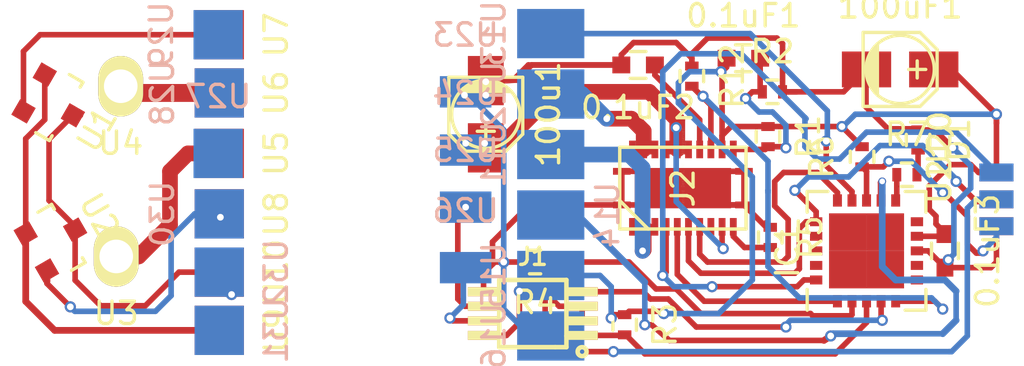
<source format=kicad_pcb>
(kicad_pcb (version 4) (host pcbnew 4.0.2-stable)

  (general
    (links 87)
    (no_connects 10)
    (area 0 0 0 0)
    (thickness 1.6)
    (drawings 20)
    (tracks 437)
    (zones 0)
    (modules 49)
    (nets 24)
  )

  (page A4)
  (layers
    (0 F.Cu signal)
    (31 B.Cu signal)
    (32 B.Adhes user)
    (33 F.Adhes user)
    (34 B.Paste user)
    (35 F.Paste user)
    (36 B.SilkS user)
    (37 F.SilkS user)
    (38 B.Mask user)
    (39 F.Mask user)
    (40 Dwgs.User user)
    (41 Cmts.User user hide)
    (42 Eco1.User user)
    (43 Eco2.User user)
    (44 Edge.Cuts user)
    (45 Margin user)
    (46 B.CrtYd user)
    (47 F.CrtYd user)
    (48 B.Fab user)
    (49 F.Fab user)
  )

  (setup
    (last_trace_width 0.25)
    (user_trace_width 0.2)
    (user_trace_width 0.3)
    (user_trace_width 0.4)
    (user_trace_width 0.5)
    (user_trace_width 0.7)
    (user_trace_width 0.8)
    (trace_clearance 0.2)
    (zone_clearance 0.3)
    (zone_45_only no)
    (trace_min 0.2)
    (segment_width 0.2)
    (edge_width 0.1)
    (via_size 0.35)
    (via_drill 0.25)
    (via_min_size 0.3)
    (via_min_drill 0.2)
    (user_via 0.4 0.3)
    (user_via 0.5 0.3)
    (uvia_size 0.3)
    (uvia_drill 0.1)
    (uvias_allowed no)
    (uvia_min_size 0.2)
    (uvia_min_drill 0.1)
    (pcb_text_width 0.3)
    (pcb_text_size 1.5 1.5)
    (mod_edge_width 0.15)
    (mod_text_size 1 1)
    (mod_text_width 0.15)
    (pad_size 1.5 1.5)
    (pad_drill 0.6)
    (pad_to_mask_clearance 0)
    (aux_axis_origin 0 0)
    (grid_origin 82 157.95)
    (visible_elements 7FFCFE19)
    (pcbplotparams
      (layerselection 0x00030_80000001)
      (usegerberextensions false)
      (excludeedgelayer true)
      (linewidth 0.100000)
      (plotframeref false)
      (viasonmask false)
      (mode 1)
      (useauxorigin false)
      (hpglpennumber 1)
      (hpglpenspeed 20)
      (hpglpendiameter 15)
      (hpglpenoverlay 2)
      (psnegative false)
      (psa4output false)
      (plotreference true)
      (plotvalue true)
      (plotinvisibletext false)
      (padsonsilk false)
      (subtractmaskfromsilk false)
      (outputformat 1)
      (mirror false)
      (drillshape 1)
      (scaleselection 1)
      (outputdirectory ""))
  )

  (net 0 "")
  (net 1 +3V3)
  (net 2 "Net-(0.1uF1-Pad2)")
  (net 3 "Net-(0.1uF2-Pad1)")
  (net 4 GND)
  (net 5 VMOT)
  (net 6 DIR)
  (net 7 MCU_RXD0)
  (net 8 MCU_TXD0)
  (net 9 IN2H)
  (net 10 IN1L)
  (net 11 IN1H)
  (net 12 IN2L)
  (net 13 A)
  (net 14 B)
  (net 15 OUT1)
  (net 16 "Net-(J2-Pad11)")
  (net 17 OUT2)
  (net 18 "Net-(IC1-Pad11)")
  (net 19 HALL2)
  (net 20 HALL1)
  (net 21 "Net-(D1-Pad2)")
  (net 22 ADC)
  (net 23 RESET)

  (net_class Default "To jest domyślna klasa połączeń."
    (clearance 0.2)
    (trace_width 0.25)
    (via_dia 0.35)
    (via_drill 0.25)
    (uvia_dia 0.3)
    (uvia_drill 0.1)
    (add_net +3V3)
    (add_net A)
    (add_net ADC)
    (add_net B)
    (add_net DIR)
    (add_net GND)
    (add_net HALL1)
    (add_net HALL2)
    (add_net IN1H)
    (add_net IN1L)
    (add_net IN2H)
    (add_net IN2L)
    (add_net MCU_RXD0)
    (add_net MCU_TXD0)
    (add_net "Net-(0.1uF1-Pad2)")
    (add_net "Net-(0.1uF2-Pad1)")
    (add_net "Net-(D1-Pad2)")
    (add_net "Net-(IC1-Pad11)")
    (add_net "Net-(J2-Pad11)")
    (add_net OUT1)
    (add_net OUT2)
    (add_net RESET)
    (add_net VMOT)
  )

  (net_class one ""
    (clearance 0.2)
    (trace_width 0.5)
    (via_dia 0.6)
    (via_drill 0.35)
    (uvia_dia 0.3)
    (uvia_drill 0.1)
  )

  (module SN65HVD3082EDGK:VSSOP8_P0.65mm_W3mm (layer F.Cu) (tedit 0) (tstamp 56ED96ED)
    (at 116.3 145.6 180)
    (path /56E9E20E)
    (solder_mask_margin 0.0762)
    (solder_paste_margin -0.0254)
    (attr smd)
    (fp_text reference J1 (at 0 2.54 180) (layer F.SilkS)
      (effects (font (size 0.762 0.762) (thickness 0.1524)))
    )
    (fp_text value SN65HVD3082EDGK (at 0 0 180) (layer F.SilkS) hide
      (effects (font (size 0.762 0.762) (thickness 0.1524)))
    )
    (fp_circle (center -2.2 -1.7) (end -2.2 -1.5) (layer F.SilkS) (width 0.2032))
    (fp_line (start -1 -1.5) (end -1.5 -1.5) (layer F.SilkS) (width 0.2032))
    (fp_line (start -1.5 -1.5) (end -1.5 -1) (layer F.SilkS) (width 0.2032))
    (fp_line (start -1 -1.5) (end 1.5 -1.5) (layer F.SilkS) (width 0.2032))
    (fp_line (start -1.5 -1) (end -1.5 1.5) (layer F.SilkS) (width 0.2032))
    (fp_line (start -1.5 1.5) (end 1.5 1.5) (layer F.SilkS) (width 0.2032))
    (fp_line (start 1.5 1.5) (end 1.5 -1.5) (layer F.SilkS) (width 0.2032))
    (pad 1 smd rect (at -2.2 -0.975 180) (size 1.4 0.4) (layers F.Cu F.Paste F.SilkS F.Mask)
      (net 7 MCU_RXD0))
    (pad 2 smd rect (at -2.2 -0.325 180) (size 1.4 0.4) (layers F.Cu F.Paste F.SilkS F.Mask)
      (net 6 DIR))
    (pad 3 smd rect (at -2.2 0.325 180) (size 1.4 0.4) (layers F.Cu F.Paste F.SilkS F.Mask)
      (net 6 DIR))
    (pad 4 smd rect (at -2.2 0.975 180) (size 1.4 0.4) (layers F.Cu F.Paste F.SilkS F.Mask)
      (net 8 MCU_TXD0))
    (pad 5 smd rect (at 2.2 0.975 180) (size 1.4 0.4) (layers F.Cu F.Paste F.SilkS F.Mask)
      (net 4 GND))
    (pad 6 smd rect (at 2.2 0.325 180) (size 1.4 0.4) (layers F.Cu F.Paste F.SilkS F.Mask)
      (net 13 A))
    (pad 7 smd rect (at 2.2 -0.325 180) (size 1.4 0.4) (layers F.Cu F.Paste F.SilkS F.Mask)
      (net 14 B))
    (pad 8 smd rect (at 2.2 -0.975 180) (size 1.4 0.4) (layers F.Cu F.Paste F.SilkS F.Mask)
      (net 1 +3V3))
  )

  (module Resistors_SMD:R_0402 (layer F.Cu) (tedit 5415CBB8) (tstamp 56ED973A)
    (at 127 135.7)
    (descr "Resistor SMD 0402, reflow soldering, Vishay (see dcrcw.pdf)")
    (tags "resistor 0402")
    (path /56E9A5B2)
    (attr smd)
    (fp_text reference R2 (at 0 -1.8) (layer F.SilkS)
      (effects (font (size 1 1) (thickness 0.15)))
    )
    (fp_text value 40.2K (at 0 1.8) (layer F.Fab)
      (effects (font (size 1 1) (thickness 0.15)))
    )
    (fp_line (start -0.95 -0.65) (end 0.95 -0.65) (layer F.CrtYd) (width 0.05))
    (fp_line (start -0.95 0.65) (end 0.95 0.65) (layer F.CrtYd) (width 0.05))
    (fp_line (start -0.95 -0.65) (end -0.95 0.65) (layer F.CrtYd) (width 0.05))
    (fp_line (start 0.95 -0.65) (end 0.95 0.65) (layer F.CrtYd) (width 0.05))
    (fp_line (start 0.25 -0.525) (end -0.25 -0.525) (layer F.SilkS) (width 0.15))
    (fp_line (start -0.25 0.525) (end 0.25 0.525) (layer F.SilkS) (width 0.15))
    (pad 1 smd rect (at -0.45 0) (size 0.4 0.6) (layers F.Cu F.Paste F.Mask)
      (net 2 "Net-(0.1uF1-Pad2)"))
    (pad 2 smd rect (at 0.45 0) (size 0.4 0.6) (layers F.Cu F.Paste F.Mask)
      (net 4 GND))
    (model Resistors_SMD.3dshapes/R_0402.wrl
      (at (xyz 0 0 0))
      (scale (xyz 1 1 1))
      (rotate (xyz 0 0 0))
    )
  )

  (module Capacitors_SMD:C_0603 (layer F.Cu) (tedit 5415D631) (tstamp 56ED9685)
    (at 121 134.5 180)
    (descr "Capacitor SMD 0603, reflow soldering, AVX (see smccp.pdf)")
    (tags "capacitor 0603")
    (path /56E9D608)
    (attr smd)
    (fp_text reference 0.1uF2 (at 0 -1.9 180) (layer F.SilkS)
      (effects (font (size 1 1) (thickness 0.15)))
    )
    (fp_text value C (at 0 1.9 180) (layer F.Fab)
      (effects (font (size 1 1) (thickness 0.15)))
    )
    (fp_line (start -1.45 -0.75) (end 1.45 -0.75) (layer F.CrtYd) (width 0.05))
    (fp_line (start -1.45 0.75) (end 1.45 0.75) (layer F.CrtYd) (width 0.05))
    (fp_line (start -1.45 -0.75) (end -1.45 0.75) (layer F.CrtYd) (width 0.05))
    (fp_line (start 1.45 -0.75) (end 1.45 0.75) (layer F.CrtYd) (width 0.05))
    (fp_line (start -0.35 -0.6) (end 0.35 -0.6) (layer F.SilkS) (width 0.15))
    (fp_line (start 0.35 0.6) (end -0.35 0.6) (layer F.SilkS) (width 0.15))
    (pad 1 smd rect (at -0.75 0 180) (size 0.8 0.75) (layers F.Cu F.Paste F.Mask)
      (net 3 "Net-(0.1uF2-Pad1)"))
    (pad 2 smd rect (at 0.75 0 180) (size 0.8 0.75) (layers F.Cu F.Paste F.Mask)
      (net 4 GND))
    (model Capacitors_SMD.3dshapes/C_0603.wrl
      (at (xyz 0 0 0))
      (scale (xyz 1 1 1))
      (rotate (xyz 0 0 0))
    )
  )

  (module Resistors_SMD:R_0402 (layer F.Cu) (tedit 5415CBB8) (tstamp 56ED976A)
    (at 131 138.6 90)
    (descr "Resistor SMD 0402, reflow soldering, Vishay (see dcrcw.pdf)")
    (tags "resistor 0402")
    (path /56EA4D46)
    (attr smd)
    (fp_text reference R6 (at 0 -1.8 90) (layer F.SilkS)
      (effects (font (size 1 1) (thickness 0.15)))
    )
    (fp_text value 10K (at 0 1.8 90) (layer F.Fab)
      (effects (font (size 1 1) (thickness 0.15)))
    )
    (fp_line (start -0.95 -0.65) (end 0.95 -0.65) (layer F.CrtYd) (width 0.05))
    (fp_line (start -0.95 0.65) (end 0.95 0.65) (layer F.CrtYd) (width 0.05))
    (fp_line (start -0.95 -0.65) (end -0.95 0.65) (layer F.CrtYd) (width 0.05))
    (fp_line (start 0.95 -0.65) (end 0.95 0.65) (layer F.CrtYd) (width 0.05))
    (fp_line (start 0.25 -0.525) (end -0.25 -0.525) (layer F.SilkS) (width 0.15))
    (fp_line (start -0.25 0.525) (end 0.25 0.525) (layer F.SilkS) (width 0.15))
    (pad 1 smd rect (at -0.45 0 90) (size 0.4 0.6) (layers F.Cu F.Paste F.Mask)
      (net 23 RESET))
    (pad 2 smd rect (at 0.45 0 90) (size 0.4 0.6) (layers F.Cu F.Paste F.Mask)
      (net 1 +3V3))
    (model Resistors_SMD.3dshapes/R_0402.wrl
      (at (xyz 0 0 0))
      (scale (xyz 1 1 1))
      (rotate (xyz 0 0 0))
    )
  )

  (module Capacitors_SMD:C_0603 (layer F.Cu) (tedit 5415D631) (tstamp 56ED9679)
    (at 125.7 134.2)
    (descr "Capacitor SMD 0603, reflow soldering, AVX (see smccp.pdf)")
    (tags "capacitor 0603")
    (path /56E9A2E3)
    (attr smd)
    (fp_text reference 0.1uF1 (at 0 -1.9) (layer F.SilkS)
      (effects (font (size 1 1) (thickness 0.15)))
    )
    (fp_text value C (at 0 1.9) (layer F.Fab)
      (effects (font (size 1 1) (thickness 0.15)))
    )
    (fp_line (start -1.45 -0.75) (end 1.45 -0.75) (layer F.CrtYd) (width 0.05))
    (fp_line (start -1.45 0.75) (end 1.45 0.75) (layer F.CrtYd) (width 0.05))
    (fp_line (start -1.45 -0.75) (end -1.45 0.75) (layer F.CrtYd) (width 0.05))
    (fp_line (start 1.45 -0.75) (end 1.45 0.75) (layer F.CrtYd) (width 0.05))
    (fp_line (start -0.35 -0.6) (end 0.35 -0.6) (layer F.SilkS) (width 0.15))
    (fp_line (start 0.35 0.6) (end -0.35 0.6) (layer F.SilkS) (width 0.15))
    (pad 1 smd rect (at -0.75 0) (size 0.8 0.75) (layers F.Cu F.Paste F.Mask)
      (net 1 +3V3))
    (pad 2 smd rect (at 0.75 0) (size 0.8 0.75) (layers F.Cu F.Paste F.Mask)
      (net 2 "Net-(0.1uF1-Pad2)"))
    (model Capacitors_SMD.3dshapes/C_0603.wrl
      (at (xyz 0 0 0))
      (scale (xyz 1 1 1))
      (rotate (xyz 0 0 0))
    )
  )

  (module Resistors_SMD:R_0402 (layer F.Cu) (tedit 5415CBB8) (tstamp 56ED972E)
    (at 126.8 137.7 270)
    (descr "Resistor SMD 0402, reflow soldering, Vishay (see dcrcw.pdf)")
    (tags "resistor 0402")
    (path /56E9A231)
    (attr smd)
    (fp_text reference R1 (at 0 -1.8 270) (layer F.SilkS)
      (effects (font (size 1 1) (thickness 0.15)))
    )
    (fp_text value 127K (at 0 1.8 270) (layer F.Fab)
      (effects (font (size 1 1) (thickness 0.15)))
    )
    (fp_line (start -0.95 -0.65) (end 0.95 -0.65) (layer F.CrtYd) (width 0.05))
    (fp_line (start -0.95 0.65) (end 0.95 0.65) (layer F.CrtYd) (width 0.05))
    (fp_line (start -0.95 -0.65) (end -0.95 0.65) (layer F.CrtYd) (width 0.05))
    (fp_line (start 0.95 -0.65) (end 0.95 0.65) (layer F.CrtYd) (width 0.05))
    (fp_line (start 0.25 -0.525) (end -0.25 -0.525) (layer F.SilkS) (width 0.15))
    (fp_line (start -0.25 0.525) (end 0.25 0.525) (layer F.SilkS) (width 0.15))
    (pad 1 smd rect (at -0.45 0 270) (size 0.4 0.6) (layers F.Cu F.Paste F.Mask)
      (net 1 +3V3))
    (pad 2 smd rect (at 0.45 0 270) (size 0.4 0.6) (layers F.Cu F.Paste F.Mask)
      (net 2 "Net-(0.1uF1-Pad2)"))
    (model Resistors_SMD.3dshapes/R_0402.wrl
      (at (xyz 0 0 0))
      (scale (xyz 1 1 1))
      (rotate (xyz 0 0 0))
    )
  )

  (module Resistors_SMD:R_0402 (layer F.Cu) (tedit 5415CBB8) (tstamp 56ED9746)
    (at 120.4 146.1 270)
    (descr "Resistor SMD 0402, reflow soldering, Vishay (see dcrcw.pdf)")
    (tags "resistor 0402")
    (path /56EA4030)
    (attr smd)
    (fp_text reference R3 (at 0 -1.8 270) (layer F.SilkS)
      (effects (font (size 1 1) (thickness 0.15)))
    )
    (fp_text value 10K (at 0 1.8 270) (layer F.Fab)
      (effects (font (size 1 1) (thickness 0.15)))
    )
    (fp_line (start -0.95 -0.65) (end 0.95 -0.65) (layer F.CrtYd) (width 0.05))
    (fp_line (start -0.95 0.65) (end 0.95 0.65) (layer F.CrtYd) (width 0.05))
    (fp_line (start -0.95 -0.65) (end -0.95 0.65) (layer F.CrtYd) (width 0.05))
    (fp_line (start 0.95 -0.65) (end 0.95 0.65) (layer F.CrtYd) (width 0.05))
    (fp_line (start 0.25 -0.525) (end -0.25 -0.525) (layer F.SilkS) (width 0.15))
    (fp_line (start -0.25 0.525) (end 0.25 0.525) (layer F.SilkS) (width 0.15))
    (pad 1 smd rect (at -0.45 0 270) (size 0.4 0.6) (layers F.Cu F.Paste F.Mask)
      (net 1 +3V3))
    (pad 2 smd rect (at 0.45 0 270) (size 0.4 0.6) (layers F.Cu F.Paste F.Mask)
      (net 7 MCU_RXD0))
    (model Resistors_SMD.3dshapes/R_0402.wrl
      (at (xyz 0 0 0))
      (scale (xyz 1 1 1))
      (rotate (xyz 0 0 0))
    )
  )

  (module Resistors_SMD:R_0402 (layer F.Cu) (tedit 5415CBB8) (tstamp 56ED9752)
    (at 116.4 143.3 180)
    (descr "Resistor SMD 0402, reflow soldering, Vishay (see dcrcw.pdf)")
    (tags "resistor 0402")
    (path /56EA332A)
    (attr smd)
    (fp_text reference R4 (at 0 -1.8 180) (layer F.SilkS)
      (effects (font (size 1 1) (thickness 0.15)))
    )
    (fp_text value 10K (at 0 1.8 180) (layer F.Fab)
      (effects (font (size 1 1) (thickness 0.15)))
    )
    (fp_line (start -0.95 -0.65) (end 0.95 -0.65) (layer F.CrtYd) (width 0.05))
    (fp_line (start -0.95 0.65) (end 0.95 0.65) (layer F.CrtYd) (width 0.05))
    (fp_line (start -0.95 -0.65) (end -0.95 0.65) (layer F.CrtYd) (width 0.05))
    (fp_line (start 0.95 -0.65) (end 0.95 0.65) (layer F.CrtYd) (width 0.05))
    (fp_line (start 0.25 -0.525) (end -0.25 -0.525) (layer F.SilkS) (width 0.15))
    (fp_line (start -0.25 0.525) (end 0.25 0.525) (layer F.SilkS) (width 0.15))
    (pad 1 smd rect (at -0.45 0 180) (size 0.4 0.6) (layers F.Cu F.Paste F.Mask)
      (net 6 DIR))
    (pad 2 smd rect (at 0.45 0 180) (size 0.4 0.6) (layers F.Cu F.Paste F.Mask)
      (net 4 GND))
    (model Resistors_SMD.3dshapes/R_0402.wrl
      (at (xyz 0 0 0))
      (scale (xyz 1 1 1))
      (rotate (xyz 0 0 0))
    )
  )

  (module Resistors_SMD:R_0402 (layer F.Cu) (tedit 5415CBB8) (tstamp 56ED975E)
    (at 126.9 142.2 270)
    (descr "Resistor SMD 0402, reflow soldering, Vishay (see dcrcw.pdf)")
    (tags "resistor 0402")
    (path /56E9C558)
    (attr smd)
    (fp_text reference R5 (at 0 -1.8 270) (layer F.SilkS)
      (effects (font (size 1 1) (thickness 0.15)))
    )
    (fp_text value 2.4K (at 0 1.8 270) (layer F.Fab)
      (effects (font (size 1 1) (thickness 0.15)))
    )
    (fp_line (start -0.95 -0.65) (end 0.95 -0.65) (layer F.CrtYd) (width 0.05))
    (fp_line (start -0.95 0.65) (end 0.95 0.65) (layer F.CrtYd) (width 0.05))
    (fp_line (start -0.95 -0.65) (end -0.95 0.65) (layer F.CrtYd) (width 0.05))
    (fp_line (start 0.95 -0.65) (end 0.95 0.65) (layer F.CrtYd) (width 0.05))
    (fp_line (start 0.25 -0.525) (end -0.25 -0.525) (layer F.SilkS) (width 0.15))
    (fp_line (start -0.25 0.525) (end 0.25 0.525) (layer F.SilkS) (width 0.15))
    (pad 1 smd rect (at -0.45 0 270) (size 0.4 0.6) (layers F.Cu F.Paste F.Mask)
      (net 4 GND))
    (pad 2 smd rect (at 0.45 0 270) (size 0.4 0.6) (layers F.Cu F.Paste F.Mask)
      (net 16 "Net-(J2-Pad11)"))
    (model Resistors_SMD.3dshapes/R_0402.wrl
      (at (xyz 0 0 0))
      (scale (xyz 1 1 1))
      (rotate (xyz 0 0 0))
    )
  )

  (module Housings_DFN_QFN:QFN-20-1EP_5x5mm_Pitch0.65mm (layer F.Cu) (tedit 54130A77) (tstamp 56ED96DA)
    (at 131.2 142.8 90)
    (descr "20-Lead Plastic Quad Flat, No Lead Package (MQ) - 5x5x0.9 mm Body [QFN]; (see Microchip Packaging Specification 00000049BS.pdf)")
    (tags "QFN 0.65")
    (path /56E9859A)
    (attr smd)
    (fp_text reference IC1 (at 0 -3.525 90) (layer F.SilkS)
      (effects (font (size 1 1) (thickness 0.15)))
    )
    (fp_text value ATTINY841-MU (at 0 3.525 90) (layer F.Fab)
      (effects (font (size 1 1) (thickness 0.15)))
    )
    (fp_line (start -2.8 -2.8) (end -2.8 2.8) (layer F.CrtYd) (width 0.05))
    (fp_line (start 2.8 -2.8) (end 2.8 2.8) (layer F.CrtYd) (width 0.05))
    (fp_line (start -2.8 -2.8) (end 2.8 -2.8) (layer F.CrtYd) (width 0.05))
    (fp_line (start -2.8 2.8) (end 2.8 2.8) (layer F.CrtYd) (width 0.05))
    (fp_line (start 2.65 -2.65) (end 2.65 -1.725) (layer F.SilkS) (width 0.15))
    (fp_line (start -2.65 2.65) (end -2.65 1.725) (layer F.SilkS) (width 0.15))
    (fp_line (start 2.65 2.65) (end 2.65 1.725) (layer F.SilkS) (width 0.15))
    (fp_line (start -2.65 -2.65) (end -1.725 -2.65) (layer F.SilkS) (width 0.15))
    (fp_line (start -2.65 2.65) (end -1.725 2.65) (layer F.SilkS) (width 0.15))
    (fp_line (start 2.65 2.65) (end 1.725 2.65) (layer F.SilkS) (width 0.15))
    (fp_line (start 2.65 -2.65) (end 1.725 -2.65) (layer F.SilkS) (width 0.15))
    (pad 1 smd rect (at -2.25 -1.3 90) (size 0.55 0.4) (layers F.Cu F.Paste F.Mask)
      (net 10 IN1L))
    (pad 2 smd rect (at -2.25 -0.65 90) (size 0.55 0.4) (layers F.Cu F.Paste F.Mask)
      (net 6 DIR))
    (pad 3 smd rect (at -2.25 0 90) (size 0.55 0.4) (layers F.Cu F.Paste F.Mask)
      (net 7 MCU_RXD0))
    (pad 4 smd rect (at -2.25 0.65 90) (size 0.55 0.4) (layers F.Cu F.Paste F.Mask)
      (net 8 MCU_TXD0))
    (pad 5 smd rect (at -2.25 1.3 90) (size 0.55 0.4) (layers F.Cu F.Paste F.Mask)
      (net 22 ADC))
    (pad 6 smd rect (at -1.3 2.25 180) (size 0.55 0.4) (layers F.Cu F.Paste F.Mask))
    (pad 7 smd rect (at -0.65 2.25 180) (size 0.55 0.4) (layers F.Cu F.Paste F.Mask))
    (pad 8 smd rect (at 0 2.25 180) (size 0.55 0.4) (layers F.Cu F.Paste F.Mask)
      (net 4 GND))
    (pad 9 smd rect (at 0.65 2.25 180) (size 0.55 0.4) (layers F.Cu F.Paste F.Mask)
      (net 1 +3V3))
    (pad 10 smd rect (at 1.3 2.25 180) (size 0.55 0.4) (layers F.Cu F.Paste F.Mask))
    (pad 11 smd rect (at 2.25 1.3 90) (size 0.55 0.4) (layers F.Cu F.Paste F.Mask)
      (net 18 "Net-(IC1-Pad11)"))
    (pad 12 smd rect (at 2.25 0.65 90) (size 0.55 0.4) (layers F.Cu F.Paste F.Mask)
      (net 19 HALL2))
    (pad 13 smd rect (at 2.25 0 90) (size 0.55 0.4) (layers F.Cu F.Paste F.Mask)
      (net 23 RESET))
    (pad 14 smd rect (at 2.25 -0.65 90) (size 0.55 0.4) (layers F.Cu F.Paste F.Mask)
      (net 20 HALL1))
    (pad 15 smd rect (at 2.25 -1.3 90) (size 0.55 0.4) (layers F.Cu F.Paste F.Mask)
      (net 12 IN2L))
    (pad 16 smd rect (at 1.3 -2.25 180) (size 0.55 0.4) (layers F.Cu F.Paste F.Mask)
      (net 9 IN2H))
    (pad 17 smd rect (at 0.65 -2.25 180) (size 0.55 0.4) (layers F.Cu F.Paste F.Mask))
    (pad 18 smd rect (at 0 -2.25 180) (size 0.55 0.4) (layers F.Cu F.Paste F.Mask))
    (pad 19 smd rect (at -0.65 -2.25 180) (size 0.55 0.4) (layers F.Cu F.Paste F.Mask))
    (pad 20 smd rect (at -1.3 -2.25 180) (size 0.55 0.4) (layers F.Cu F.Paste F.Mask)
      (net 11 IN1H))
    (pad 21 smd rect (at 0.8375 0.8375 90) (size 1.675 1.675) (layers F.Cu F.Paste F.Mask)
      (solder_paste_margin_ratio -0.2))
    (pad 21 smd rect (at 0.8375 -0.8375 90) (size 1.675 1.675) (layers F.Cu F.Paste F.Mask)
      (solder_paste_margin_ratio -0.2))
    (pad 21 smd rect (at -0.8375 0.8375 90) (size 1.675 1.675) (layers F.Cu F.Paste F.Mask)
      (solder_paste_margin_ratio -0.2))
    (pad 21 smd rect (at -0.8375 -0.8375 90) (size 1.675 1.675) (layers F.Cu F.Paste F.Mask)
      (solder_paste_margin_ratio -0.2))
    (model Housings_DFN_QFN.3dshapes/QFN-20-1EP_5x5mm_Pitch0.65mm.wrl
      (at (xyz 0 0 0))
      (scale (xyz 1 1 1))
      (rotate (xyz 0 0 0))
    )
  )

  (module TO_SOT_Packages_SMD:SOT-23 (layer F.Cu) (tedit 553634F8) (tstamp 56EDAC96)
    (at 94.9 136.25 240)
    (descr "SOT-23, Standard")
    (tags SOT-23)
    (path /56EDAC90)
    (attr smd)
    (fp_text reference U1 (at 0 -2.25 240) (layer F.SilkS)
      (effects (font (size 1 1) (thickness 0.15)))
    )
    (fp_text value TLE4946-2K (at 0 2.3 240) (layer F.Fab)
      (effects (font (size 1 1) (thickness 0.15)))
    )
    (fp_line (start -1.65 -1.6) (end 1.65 -1.6) (layer F.CrtYd) (width 0.05))
    (fp_line (start 1.65 -1.6) (end 1.65 1.6) (layer F.CrtYd) (width 0.05))
    (fp_line (start 1.65 1.6) (end -1.65 1.6) (layer F.CrtYd) (width 0.05))
    (fp_line (start -1.65 1.6) (end -1.65 -1.6) (layer F.CrtYd) (width 0.05))
    (fp_line (start 1.29916 -0.65024) (end 1.2509 -0.65024) (layer F.SilkS) (width 0.15))
    (fp_line (start -1.49982 0.0508) (end -1.49982 -0.65024) (layer F.SilkS) (width 0.15))
    (fp_line (start -1.49982 -0.65024) (end -1.2509 -0.65024) (layer F.SilkS) (width 0.15))
    (fp_line (start 1.29916 -0.65024) (end 1.49982 -0.65024) (layer F.SilkS) (width 0.15))
    (fp_line (start 1.49982 -0.65024) (end 1.49982 0.0508) (layer F.SilkS) (width 0.15))
    (pad 1 smd rect (at -0.95 1.00076 240) (size 0.8001 0.8001) (layers F.Cu F.Paste F.Mask)
      (net 1 +3V3))
    (pad 2 smd rect (at 0.95 1.00076 240) (size 0.8001 0.8001) (layers F.Cu F.Paste F.Mask)
      (net 20 HALL1))
    (pad 3 smd rect (at 0 -0.99822 240) (size 0.8001 0.8001) (layers F.Cu F.Paste F.Mask)
      (net 4 GND))
    (model TO_SOT_Packages_SMD.3dshapes/SOT-23.wrl
      (at (xyz 0 0 0))
      (scale (xyz 1 1 1))
      (rotate (xyz 0 0 0))
    )
  )

  (module TO_SOT_Packages_SMD:SOT-23 (layer F.Cu) (tedit 553634F8) (tstamp 56EDAD87)
    (at 95 142.35 300)
    (descr "SOT-23, Standard")
    (tags SOT-23)
    (path /56EDAD7D)
    (attr smd)
    (fp_text reference U2 (at 0 -2.25 300) (layer F.SilkS)
      (effects (font (size 1 1) (thickness 0.15)))
    )
    (fp_text value TLE4946-2K (at 0 2.3 300) (layer F.Fab)
      (effects (font (size 1 1) (thickness 0.15)))
    )
    (fp_line (start -1.65 -1.6) (end 1.65 -1.6) (layer F.CrtYd) (width 0.05))
    (fp_line (start 1.65 -1.6) (end 1.65 1.6) (layer F.CrtYd) (width 0.05))
    (fp_line (start 1.65 1.6) (end -1.65 1.6) (layer F.CrtYd) (width 0.05))
    (fp_line (start -1.65 1.6) (end -1.65 -1.6) (layer F.CrtYd) (width 0.05))
    (fp_line (start 1.29916 -0.65024) (end 1.2509 -0.65024) (layer F.SilkS) (width 0.15))
    (fp_line (start -1.49982 0.0508) (end -1.49982 -0.65024) (layer F.SilkS) (width 0.15))
    (fp_line (start -1.49982 -0.65024) (end -1.2509 -0.65024) (layer F.SilkS) (width 0.15))
    (fp_line (start 1.29916 -0.65024) (end 1.49982 -0.65024) (layer F.SilkS) (width 0.15))
    (fp_line (start 1.49982 -0.65024) (end 1.49982 0.0508) (layer F.SilkS) (width 0.15))
    (pad 1 smd rect (at -0.95 1.00076 300) (size 0.8001 0.8001) (layers F.Cu F.Paste F.Mask)
      (net 1 +3V3))
    (pad 2 smd rect (at 0.95 1.00076 300) (size 0.8001 0.8001) (layers F.Cu F.Paste F.Mask)
      (net 19 HALL2))
    (pad 3 smd rect (at 0 -0.99822 300) (size 0.8001 0.8001) (layers F.Cu F.Paste F.Mask)
      (net 4 GND))
    (model TO_SOT_Packages_SMD.3dshapes/SOT-23.wrl
      (at (xyz 0 0 0))
      (scale (xyz 1 1 1))
      (rotate (xyz 0 0 0))
    )
  )

  (module Resistors_SMD:R_0402 (layer F.Cu) (tedit 5415CBB8) (tstamp 56EDB016)
    (at 133.5 137.85 270)
    (descr "Resistor SMD 0402, reflow soldering, Vishay (see dcrcw.pdf)")
    (tags "resistor 0402")
    (path /56EE0F47)
    (attr smd)
    (fp_text reference D1 (at 0 -1.8 270) (layer F.SilkS)
      (effects (font (size 1 1) (thickness 0.15)))
    )
    (fp_text value LED (at 0 1.8 270) (layer F.Fab)
      (effects (font (size 1 1) (thickness 0.15)))
    )
    (fp_line (start -0.95 -0.65) (end 0.95 -0.65) (layer F.CrtYd) (width 0.05))
    (fp_line (start -0.95 0.65) (end 0.95 0.65) (layer F.CrtYd) (width 0.05))
    (fp_line (start -0.95 -0.65) (end -0.95 0.65) (layer F.CrtYd) (width 0.05))
    (fp_line (start 0.95 -0.65) (end 0.95 0.65) (layer F.CrtYd) (width 0.05))
    (fp_line (start 0.25 -0.525) (end -0.25 -0.525) (layer F.SilkS) (width 0.15))
    (fp_line (start -0.25 0.525) (end 0.25 0.525) (layer F.SilkS) (width 0.15))
    (pad 1 smd rect (at -0.45 0 270) (size 0.4 0.6) (layers F.Cu F.Paste F.Mask)
      (net 4 GND))
    (pad 2 smd rect (at 0.45 0 270) (size 0.4 0.6) (layers F.Cu F.Paste F.Mask)
      (net 21 "Net-(D1-Pad2)"))
    (model Resistors_SMD.3dshapes/R_0402.wrl
      (at (xyz 0 0 0))
      (scale (xyz 1 1 1))
      (rotate (xyz 0 0 0))
    )
  )

  (module Resistors_SMD:R_0402 (layer F.Cu) (tedit 5415CBB8) (tstamp 56EDB022)
    (at 133 139.4)
    (descr "Resistor SMD 0402, reflow soldering, Vishay (see dcrcw.pdf)")
    (tags "resistor 0402")
    (path /56EE0EF1)
    (attr smd)
    (fp_text reference R7 (at 0 -1.8) (layer F.SilkS)
      (effects (font (size 1 1) (thickness 0.15)))
    )
    (fp_text value 220R (at 0 1.8) (layer F.Fab)
      (effects (font (size 1 1) (thickness 0.15)))
    )
    (fp_line (start -0.95 -0.65) (end 0.95 -0.65) (layer F.CrtYd) (width 0.05))
    (fp_line (start -0.95 0.65) (end 0.95 0.65) (layer F.CrtYd) (width 0.05))
    (fp_line (start -0.95 -0.65) (end -0.95 0.65) (layer F.CrtYd) (width 0.05))
    (fp_line (start 0.95 -0.65) (end 0.95 0.65) (layer F.CrtYd) (width 0.05))
    (fp_line (start 0.25 -0.525) (end -0.25 -0.525) (layer F.SilkS) (width 0.15))
    (fp_line (start -0.25 0.525) (end 0.25 0.525) (layer F.SilkS) (width 0.15))
    (pad 1 smd rect (at -0.45 0) (size 0.4 0.6) (layers F.Cu F.Paste F.Mask)
      (net 18 "Net-(IC1-Pad11)"))
    (pad 2 smd rect (at 0.45 0) (size 0.4 0.6) (layers F.Cu F.Paste F.Mask)
      (net 21 "Net-(D1-Pad2)"))
    (model Resistors_SMD.3dshapes/R_0402.wrl
      (at (xyz 0 0 0))
      (scale (xyz 1 1 1))
      (rotate (xyz 0 0 0))
    )
  )

  (module Capacitors_SMD:C_0603 (layer F.Cu) (tedit 5415D631) (tstamp 56EDDA50)
    (at 134.7 142.8 270)
    (descr "Capacitor SMD 0603, reflow soldering, AVX (see smccp.pdf)")
    (tags "capacitor 0603")
    (path /56EE284A)
    (attr smd)
    (fp_text reference 0.1uF3 (at 0 -1.9 270) (layer F.SilkS)
      (effects (font (size 1 1) (thickness 0.15)))
    )
    (fp_text value C (at 0 1.9 270) (layer F.Fab)
      (effects (font (size 1 1) (thickness 0.15)))
    )
    (fp_line (start -1.45 -0.75) (end 1.45 -0.75) (layer F.CrtYd) (width 0.05))
    (fp_line (start -1.45 0.75) (end 1.45 0.75) (layer F.CrtYd) (width 0.05))
    (fp_line (start -1.45 -0.75) (end -1.45 0.75) (layer F.CrtYd) (width 0.05))
    (fp_line (start 1.45 -0.75) (end 1.45 0.75) (layer F.CrtYd) (width 0.05))
    (fp_line (start -0.35 -0.6) (end 0.35 -0.6) (layer F.SilkS) (width 0.15))
    (fp_line (start 0.35 0.6) (end -0.35 0.6) (layer F.SilkS) (width 0.15))
    (pad 1 smd rect (at -0.75 0 270) (size 0.8 0.75) (layers F.Cu F.Paste F.Mask)
      (net 1 +3V3))
    (pad 2 smd rect (at 0.75 0 270) (size 0.8 0.75) (layers F.Cu F.Paste F.Mask)
      (net 4 GND))
    (model Capacitors_SMD.3dshapes/C_0603.wrl
      (at (xyz 0 0 0))
      (scale (xyz 1 1 1))
      (rotate (xyz 0 0 0))
    )
  )

  (module pad_round:pad_round (layer F.Cu) (tedit 56EF13B1) (tstamp 56EF1853)
    (at 97.7 143.05)
    (path /56EF3BBC)
    (fp_text reference U3 (at 0 2.54) (layer F.SilkS)
      (effects (font (size 1 1) (thickness 0.15)))
    )
    (fp_text value pad_round (at 0 -2.54) (layer F.Fab)
      (effects (font (size 1 1) (thickness 0.15)))
    )
    (pad 1 thru_hole oval (at 0 0) (size 2 2.7) (drill 1.5) (layers *.Cu *.Mask F.SilkS)
      (net 15 OUT1))
  )

  (module pad_round:pad_round (layer F.Cu) (tedit 56EF13B1) (tstamp 56EF1858)
    (at 97.9 135.45)
    (path /56EF3C44)
    (fp_text reference U4 (at 0 2.54) (layer F.SilkS)
      (effects (font (size 1 1) (thickness 0.15)))
    )
    (fp_text value pad_round (at 0 -2.54) (layer F.Fab)
      (effects (font (size 1 1) (thickness 0.15)))
    )
    (pad 1 thru_hole oval (at 0 0) (size 2 2.7) (drill 1.5) (layers *.Cu *.Mask F.SilkS)
      (net 17 OUT2))
  )

  (module pad_round:pad_square (layer B.Cu) (tedit 56EF1764) (tstamp 56EF1DF6)
    (at 117.1 138.5 90)
    (path /56EFC0B5)
    (fp_text reference U11 (at 0 -2.54 90) (layer B.SilkS)
      (effects (font (size 1 1) (thickness 0.15)) (justify mirror))
    )
    (fp_text value pad (at 0 2.54 90) (layer B.Fab)
      (effects (font (size 1 1) (thickness 0.15)) (justify mirror))
    )
    (pad 1 smd trapezoid (at 0 0 90) (size 2.2 3) (layers B.Cu B.Paste B.Mask)
      (net 15 OUT1))
  )

  (module pad_round:pad_square (layer B.Cu) (tedit 56EF1764) (tstamp 56EF1DFB)
    (at 117.1 135.8 90)
    (path /56EFC12C)
    (fp_text reference U12 (at 0 -2.54 90) (layer B.SilkS)
      (effects (font (size 1 1) (thickness 0.15)) (justify mirror))
    )
    (fp_text value pad (at 0 2.54 90) (layer B.Fab)
      (effects (font (size 1 1) (thickness 0.15)) (justify mirror))
    )
    (pad 1 smd trapezoid (at 0 0 90) (size 2.2 3) (layers B.Cu B.Paste B.Mask)
      (net 17 OUT2))
  )

  (module pad_round:pad_square (layer B.Cu) (tedit 56EF1764) (tstamp 56EF1E00)
    (at 117.1 133.1 90)
    (path /56EFC472)
    (fp_text reference U13 (at 0 -2.54 90) (layer B.SilkS)
      (effects (font (size 1 1) (thickness 0.15)) (justify mirror))
    )
    (fp_text value pad (at 0 2.54 90) (layer B.Fab)
      (effects (font (size 1 1) (thickness 0.15)) (justify mirror))
    )
    (pad 1 smd trapezoid (at 0 0 90) (size 2.2 3) (layers B.Cu B.Paste B.Mask)
      (net 20 HALL1))
  )

  (module pad_round:pad_square (layer B.Cu) (tedit 56EF1764) (tstamp 56EF1E05)
    (at 117.1 141.2 270)
    (path /56EFC4E9)
    (fp_text reference U14 (at 0 -2.54 270) (layer B.SilkS)
      (effects (font (size 1 1) (thickness 0.15)) (justify mirror))
    )
    (fp_text value pad (at 0 2.54 270) (layer B.Fab)
      (effects (font (size 1 1) (thickness 0.15)) (justify mirror))
    )
    (pad 1 smd trapezoid (at 0 0 270) (size 2.2 3) (layers B.Cu B.Paste B.Mask)
      (net 19 HALL2))
  )

  (module pad_round:pad_square (layer B.Cu) (tedit 56EF1764) (tstamp 56EF1E0A)
    (at 117.1 143.9 90)
    (path /56EFC567)
    (fp_text reference U15 (at 0 -2.54 90) (layer B.SilkS)
      (effects (font (size 1 1) (thickness 0.15)) (justify mirror))
    )
    (fp_text value pad (at 0 2.54 90) (layer B.Fab)
      (effects (font (size 1 1) (thickness 0.15)) (justify mirror))
    )
    (pad 1 smd trapezoid (at 0 0 90) (size 2.2 3) (layers B.Cu B.Paste B.Mask)
      (net 1 +3V3))
  )

  (module pad_round:pad_square (layer B.Cu) (tedit 56EF1764) (tstamp 56EF1E0F)
    (at 117.1 146.6 90)
    (path /56EFC5E8)
    (fp_text reference U16 (at 0 -2.54 90) (layer B.SilkS)
      (effects (font (size 1 1) (thickness 0.15)) (justify mirror))
    )
    (fp_text value pad (at 0 2.54 90) (layer B.Fab)
      (effects (font (size 1 1) (thickness 0.15)) (justify mirror))
    )
    (pad 1 smd trapezoid (at 0 0 90) (size 2.2 3) (layers B.Cu B.Paste B.Mask)
      (net 4 GND))
  )

  (module Resistors_SMD:R_0402 (layer F.Cu) (tedit 5415CBB8) (tstamp 56F5AA65)
    (at 123.4 135 270)
    (descr "Resistor SMD 0402, reflow soldering, Vishay (see dcrcw.pdf)")
    (tags "resistor 0402")
    (path /56E9DA58)
    (attr smd)
    (fp_text reference R12 (at 0 -1.8 270) (layer F.SilkS)
      (effects (font (size 1 1) (thickness 0.15)))
    )
    (fp_text value 1K (at 0 1.8 270) (layer F.Fab)
      (effects (font (size 1 1) (thickness 0.15)))
    )
    (fp_line (start -0.95 -0.65) (end 0.95 -0.65) (layer F.CrtYd) (width 0.05))
    (fp_line (start -0.95 0.65) (end 0.95 0.65) (layer F.CrtYd) (width 0.05))
    (fp_line (start -0.95 -0.65) (end -0.95 0.65) (layer F.CrtYd) (width 0.05))
    (fp_line (start 0.95 -0.65) (end 0.95 0.65) (layer F.CrtYd) (width 0.05))
    (fp_line (start 0.25 -0.525) (end -0.25 -0.525) (layer F.SilkS) (width 0.15))
    (fp_line (start -0.25 0.525) (end 0.25 0.525) (layer F.SilkS) (width 0.15))
    (pad 1 smd rect (at -0.45 0 270) (size 0.4 0.6) (layers F.Cu F.Paste F.Mask)
      (net 4 GND))
    (pad 2 smd rect (at 0.45 0 270) (size 0.4 0.6) (layers F.Cu F.Paste F.Mask)
      (net 22 ADC))
    (model Resistors_SMD.3dshapes/R_0402.wrl
      (at (xyz 0 0 0))
      (scale (xyz 1 1 1))
      (rotate (xyz 0 0 0))
    )
  )

  (module pad_round:pad_isp (layer B.Cu) (tedit 56F69507) (tstamp 56F6964F)
    (at 137 139.3 270)
    (path /56F6A110)
    (fp_text reference U17 (at -1.27 -2.54 270) (layer B.SilkS)
      (effects (font (size 1 1) (thickness 0.15)) (justify mirror))
    )
    (fp_text value MISO (at -1.27 2.54 270) (layer B.Fab)
      (effects (font (size 1 1) (thickness 0.15)) (justify mirror))
    )
    (pad 1 smd rect (at 0 0 270) (size 0.8 1.524) (layers B.Cu B.Paste B.Mask)
      (net 11 IN1H))
  )

  (module pad_round:pad_isp (layer B.Cu) (tedit 56F69507) (tstamp 56F69654)
    (at 137 140.5 270)
    (path /56F6A710)
    (fp_text reference U18 (at -1.27 -2.54 270) (layer B.SilkS)
      (effects (font (size 1 1) (thickness 0.15)) (justify mirror))
    )
    (fp_text value SCK (at -1.27 2.54 270) (layer B.Fab)
      (effects (font (size 1 1) (thickness 0.15)) (justify mirror))
    )
    (pad 1 smd rect (at 0 0 270) (size 0.8 1.524) (layers B.Cu B.Paste B.Mask)
      (net 6 DIR))
  )

  (module pad_round:pad_isp (layer B.Cu) (tedit 56F69507) (tstamp 56F69659)
    (at 137 141.7 270)
    (path /56F6A794)
    (fp_text reference U19 (at -1.27 -2.54 270) (layer B.SilkS)
      (effects (font (size 1 1) (thickness 0.15)) (justify mirror))
    )
    (fp_text value RESET (at -1.27 2.54 270) (layer B.Fab)
      (effects (font (size 1 1) (thickness 0.15)) (justify mirror))
    )
    (pad 1 smd rect (at 0 0 270) (size 0.8 1.524) (layers B.Cu B.Paste B.Mask)
      (net 23 RESET))
  )

  (module pad_round:pad_isp (layer F.Cu) (tedit 56F69507) (tstamp 56F6965E)
    (at 137 139.3 270)
    (path /56F6A81F)
    (fp_text reference U20 (at -1.27 2.54 270) (layer F.SilkS)
      (effects (font (size 1 1) (thickness 0.15)))
    )
    (fp_text value pad (at -1.27 -2.54 270) (layer F.Fab)
      (effects (font (size 1 1) (thickness 0.15)))
    )
    (pad 1 smd rect (at 0 0 270) (size 0.8 1.524) (layers F.Cu F.Paste F.Mask)
      (net 1 +3V3))
  )

  (module pad_round:pad_isp (layer F.Cu) (tedit 56F69507) (tstamp 56F69663)
    (at 137 140.5 270)
    (path /56F6AC43)
    (fp_text reference U21 (at -1.27 2.54 270) (layer F.SilkS)
      (effects (font (size 1 1) (thickness 0.15)))
    )
    (fp_text value MOSI (at -1.27 -2.54 270) (layer F.Fab)
      (effects (font (size 1 1) (thickness 0.15)))
    )
    (pad 1 smd rect (at 0 0 270) (size 0.8 1.524) (layers F.Cu F.Paste F.Mask)
      (net 9 IN2H))
  )

  (module pad_round:pad_isp (layer F.Cu) (tedit 56F69507) (tstamp 56F69668)
    (at 137 141.7 90)
    (path /56F6ACD0)
    (fp_text reference U22 (at -1.27 2.54 90) (layer F.SilkS)
      (effects (font (size 1 1) (thickness 0.15)))
    )
    (fp_text value pad (at -1.27 -2.54 90) (layer F.Fab)
      (effects (font (size 1 1) (thickness 0.15)))
    )
    (pad 1 smd rect (at 0 0 90) (size 0.8 1.524) (layers F.Cu F.Paste F.Mask)
      (net 4 GND))
  )

  (module drv8850:DRV8850_RGY_24 (layer F.Cu) (tedit 56F6B88A) (tstamp 56ED970F)
    (at 123 140 90)
    (path /56E99D4C)
    (fp_text reference J2 (at 0 0 90) (layer F.SilkS)
      (effects (font (size 1 1) (thickness 0.15)))
    )
    (fp_text value drv8850 (at 0 0 90) (layer F.Fab)
      (effects (font (size 1 1) (thickness 0.15)))
    )
    (fp_text user "Copyright 2016 Accelerated Designs. All rights reserved." (at 0 0 90) (layer F.SilkS)
      (effects (font (size 0.127 0.127) (thickness 0.002)))
    )
    (fp_line (start -1.825 -1.5494) (end -0.555 -2.8194) (layer F.SilkS) (width 0.1524))
    (fp_line (start -1.825 2.8194) (end 1.825 2.8194) (layer F.SilkS) (width 0.1524))
    (fp_line (start 1.825 2.8194) (end 1.825 -2.8194) (layer F.SilkS) (width 0.1524))
    (fp_line (start 1.825 -2.8194) (end -1.825 -2.8194) (layer F.SilkS) (width 0.1524))
    (fp_line (start -1.825 -2.8194) (end -1.825 2.8194) (layer F.SilkS) (width 0.1524))
    (pad 2 smd rect (at -1.727401 -2.250001 180) (size 0.3048 0.7874) (layers F.Cu F.Paste F.Mask)
      (net 15 OUT1))
    (pad 3 smd rect (at -1.727401 -1.749999 180) (size 0.3048 0.7874) (layers F.Cu F.Paste F.Mask)
      (net 15 OUT1))
    (pad 4 smd rect (at -1.727401 -1.25 180) (size 0.3048 0.7874) (layers F.Cu F.Paste F.Mask)
      (net 15 OUT1))
    (pad 5 smd rect (at -1.727401 -0.750001 180) (size 0.3048 0.7874) (layers F.Cu F.Paste F.Mask)
      (net 11 IN1H))
    (pad 6 smd rect (at -1.727401 -0.25 180) (size 0.3048 0.7874) (layers F.Cu F.Paste F.Mask)
      (net 10 IN1L))
    (pad 7 smd rect (at -1.727401 0.25 180) (size 0.3048 0.7874) (layers F.Cu F.Paste F.Mask)
      (net 9 IN2H))
    (pad 8 smd rect (at -1.727401 0.750001 180) (size 0.3048 0.7874) (layers F.Cu F.Paste F.Mask)
      (net 12 IN2L))
    (pad 9 smd rect (at -1.727401 1.25 180) (size 0.3048 0.7874) (layers F.Cu F.Paste F.Mask))
    (pad 10 smd rect (at -1.727401 1.749999 180) (size 0.3048 0.7874) (layers F.Cu F.Paste F.Mask)
      (net 5 VMOT))
    (pad 11 smd rect (at -1.727401 2.250001 180) (size 0.3048 0.7874) (layers F.Cu F.Paste F.Mask)
      (net 16 "Net-(J2-Pad11)"))
    (pad 12 smd rect (at -0.750001 2.727401 90) (size 0.3048 0.7874) (layers F.Cu F.Paste F.Mask)
      (net 4 GND))
    (pad 13 smd rect (at 0.750001 2.727401 90) (size 0.3048 0.7874) (layers F.Cu F.Paste F.Mask)
      (net 4 GND))
    (pad 14 smd rect (at 1.727401 2.250001 180) (size 0.3048 0.7874) (layers F.Cu F.Paste F.Mask)
      (net 2 "Net-(0.1uF1-Pad2)"))
    (pad 15 smd rect (at 1.727401 1.749999 180) (size 0.3048 0.7874) (layers F.Cu F.Paste F.Mask)
      (net 1 +3V3))
    (pad 16 smd rect (at 1.727401 1.25 180) (size 0.3048 0.7874) (layers F.Cu F.Paste F.Mask)
      (net 22 ADC))
    (pad 17 smd rect (at 1.727401 0.750001 180) (size 0.3048 0.7874) (layers F.Cu F.Paste F.Mask)
      (net 3 "Net-(0.1uF2-Pad1)"))
    (pad 18 smd rect (at 1.727401 0.25 180) (size 0.3048 0.7874) (layers F.Cu F.Paste F.Mask)
      (net 5 VMOT))
    (pad 19 smd rect (at 1.727401 -0.25 180) (size 0.3048 0.7874) (layers F.Cu F.Paste F.Mask)
      (net 5 VMOT))
    (pad 20 smd rect (at 1.727401 -0.750001 180) (size 0.3048 0.7874) (layers F.Cu F.Paste F.Mask)
      (net 5 VMOT))
    (pad 21 smd rect (at 1.727401 -1.25 180) (size 0.3048 0.7874) (layers F.Cu F.Paste F.Mask)
      (net 17 OUT2))
    (pad 22 smd rect (at 1.727401 -1.749999 180) (size 0.3048 0.7874) (layers F.Cu F.Paste F.Mask)
      (net 17 OUT2))
    (pad 23 smd rect (at 1.727401 -2.250001 180) (size 0.3048 0.7874) (layers F.Cu F.Paste F.Mask)
      (net 17 OUT2))
    (pad 24 smd rect (at 0.750001 -2.727401 90) (size 0.3048 0.7874) (layers F.Cu F.Paste F.Mask)
      (net 4 GND))
    (pad 1 smd rect (at -0.750001 -2.727401 90) (size 0.3048 0.7874) (layers F.Cu F.Paste F.Mask)
      (net 4 GND))
    (pad 1 smd rect (at 0 0 90) (size 1.8 4.3) (layers F.Cu F.Paste F.Mask)
      (net 4 GND))
  )

  (module pad_round:pad_zlacze (layer B.Cu) (tedit 56FC04AC) (tstamp 56FC06F7)
    (at 113.3 135.7)
    (path /56FC2159)
    (fp_text reference U23 (at 0 -2.54) (layer B.SilkS)
      (effects (font (size 1 1) (thickness 0.15)) (justify mirror))
    )
    (fp_text value pad (at 0 2.54) (layer B.Fab)
      (effects (font (size 1 1) (thickness 0.15)) (justify mirror))
    )
    (pad 1 smd rect (at 0 0) (size 2.3 1.4) (layers B.Cu B.Paste B.Mask)
      (net 4 GND))
  )

  (module pad_round:pad_zlacze (layer B.Cu) (tedit 56FC04AC) (tstamp 56FC06FC)
    (at 113.3 138.3)
    (path /56FC26C3)
    (fp_text reference U24 (at 0 -2.54) (layer B.SilkS)
      (effects (font (size 1 1) (thickness 0.15)) (justify mirror))
    )
    (fp_text value pad (at 0 2.54) (layer B.Fab)
      (effects (font (size 1 1) (thickness 0.15)) (justify mirror))
    )
    (pad 1 smd rect (at 0 0) (size 2.3 1.4) (layers B.Cu B.Paste B.Mask)
      (net 5 VMOT))
  )

  (module pad_round:pad_zlacze (layer B.Cu) (tedit 56FC04AC) (tstamp 56FC0701)
    (at 113.3 140.85)
    (path /56FC274E)
    (fp_text reference U25 (at 0 -2.54) (layer B.SilkS)
      (effects (font (size 1 1) (thickness 0.15)) (justify mirror))
    )
    (fp_text value pad (at 0 2.54) (layer B.Fab)
      (effects (font (size 1 1) (thickness 0.15)) (justify mirror))
    )
    (pad 1 smd rect (at 0 0) (size 2.3 1.4) (layers B.Cu B.Paste B.Mask)
      (net 13 A))
  )

  (module pad_round:pad_zlacze (layer B.Cu) (tedit 56FC04AC) (tstamp 56FC0706)
    (at 113.3 143.55)
    (path /56FC27DC)
    (fp_text reference U26 (at 0 -2.54) (layer B.SilkS)
      (effects (font (size 1 1) (thickness 0.15)) (justify mirror))
    )
    (fp_text value pad (at 0 2.54) (layer B.Fab)
      (effects (font (size 1 1) (thickness 0.15)) (justify mirror))
    )
    (pad 1 smd rect (at 0 0) (size 2.3 1.4) (layers B.Cu B.Paste B.Mask)
      (net 14 B))
  )

  (module pad_round:square_22x22 (layer B.Cu) (tedit 56FC402E) (tstamp 56FC41A7)
    (at 102.25 138.45)
    (path /56FC4D13)
    (fp_text reference U27 (at 0 -2.54) (layer B.SilkS)
      (effects (font (size 1 1) (thickness 0.15)) (justify mirror))
    )
    (fp_text value pad (at 0 2.54) (layer B.Fab)
      (effects (font (size 1 1) (thickness 0.15)) (justify mirror))
    )
    (pad 1 smd rect (at 0 0) (size 2.2 2.2) (layers B.Cu B.Paste B.Mask)
      (net 15 OUT1))
  )

  (module pad_round:square_22x22 (layer B.Cu) (tedit 56FC402E) (tstamp 56FC41AC)
    (at 102.3 135.75 90)
    (path /56FC4DB7)
    (fp_text reference U28 (at 0 -2.54 90) (layer B.SilkS)
      (effects (font (size 1 1) (thickness 0.15)) (justify mirror))
    )
    (fp_text value pad (at 0 2.54 90) (layer B.Fab)
      (effects (font (size 1 1) (thickness 0.15)) (justify mirror))
    )
    (pad 1 smd rect (at 0 0 90) (size 2.2 2.2) (layers B.Cu B.Paste B.Mask)
      (net 17 OUT2))
  )

  (module pad_round:square_22x22 (layer B.Cu) (tedit 56FC402E) (tstamp 56FC41B1)
    (at 102.25 133.15 90)
    (path /56FC4E56)
    (fp_text reference U29 (at 0 -2.54 90) (layer B.SilkS)
      (effects (font (size 1 1) (thickness 0.15)) (justify mirror))
    )
    (fp_text value pad (at 0 2.54 90) (layer B.Fab)
      (effects (font (size 1 1) (thickness 0.15)) (justify mirror))
    )
    (pad 1 smd rect (at 0 0 90) (size 2.2 2.2) (layers B.Cu B.Paste B.Mask)
      (net 20 HALL1))
  )

  (module pad_round:square_22x22 (layer B.Cu) (tedit 56FC402E) (tstamp 56FC41B6)
    (at 102.3 141.15 90)
    (path /56FC4EF6)
    (fp_text reference U30 (at 0 -2.54 90) (layer B.SilkS)
      (effects (font (size 1 1) (thickness 0.15)) (justify mirror))
    )
    (fp_text value pad (at 0 2.54 90) (layer B.Fab)
      (effects (font (size 1 1) (thickness 0.15)) (justify mirror))
    )
    (pad 1 smd rect (at 0 0 90) (size 2.2 2.2) (layers B.Cu B.Paste B.Mask)
      (net 19 HALL2))
  )

  (module pad_round:square_22x22 (layer B.Cu) (tedit 56FC402E) (tstamp 56FC41BB)
    (at 102.3 146.35 270)
    (path /56FC4F9D)
    (fp_text reference U31 (at 0 -2.54 270) (layer B.SilkS)
      (effects (font (size 1 1) (thickness 0.15)) (justify mirror))
    )
    (fp_text value pad (at 0 2.54 270) (layer B.Fab)
      (effects (font (size 1 1) (thickness 0.15)) (justify mirror))
    )
    (pad 1 smd rect (at 0 0 270) (size 2.2 2.2) (layers B.Cu B.Paste B.Mask)
      (net 1 +3V3))
  )

  (module pad_round:square_22x22 (layer B.Cu) (tedit 56FC402E) (tstamp 56FC41C0)
    (at 102.3 143.75 270)
    (path /56FC5043)
    (fp_text reference U32 (at 0 -2.54 270) (layer B.SilkS)
      (effects (font (size 1 1) (thickness 0.15)) (justify mirror))
    )
    (fp_text value pad (at 0 2.54 270) (layer B.Fab)
      (effects (font (size 1 1) (thickness 0.15)) (justify mirror))
    )
    (pad 1 smd rect (at 0 0 270) (size 2.2 2.2) (layers B.Cu B.Paste B.Mask)
      (net 4 GND))
  )

  (module pad_round:square_22x22 (layer F.Cu) (tedit 56FC402E) (tstamp 56FC42F1)
    (at 102.3 138.45 90)
    (path /56EF1FA0)
    (fp_text reference U5 (at 0 2.54 90) (layer F.SilkS)
      (effects (font (size 1 1) (thickness 0.15)))
    )
    (fp_text value pad (at 0 -2.54 90) (layer F.Fab)
      (effects (font (size 1 1) (thickness 0.15)))
    )
    (pad 1 smd rect (at 0 0 90) (size 2.2 2.2) (layers F.Cu F.Paste F.Mask)
      (net 15 OUT1))
  )

  (module pad_round:square_22x22 (layer F.Cu) (tedit 56FC402E) (tstamp 56FC42F5)
    (at 102.3 135.75 90)
    (path /56EF196A)
    (fp_text reference U6 (at 0 2.54 90) (layer F.SilkS)
      (effects (font (size 1 1) (thickness 0.15)))
    )
    (fp_text value pad (at 0 -2.54 90) (layer F.Fab)
      (effects (font (size 1 1) (thickness 0.15)))
    )
    (pad 1 smd rect (at 0 0 90) (size 2.2 2.2) (layers F.Cu F.Paste F.Mask)
      (net 17 OUT2))
  )

  (module pad_round:square_22x22 (layer F.Cu) (tedit 56FC402E) (tstamp 56FC42F9)
    (at 102.3 133.15 90)
    (path /56EF200C)
    (fp_text reference U7 (at 0 2.54 90) (layer F.SilkS)
      (effects (font (size 1 1) (thickness 0.15)))
    )
    (fp_text value pad (at 0 -2.54 90) (layer F.Fab)
      (effects (font (size 1 1) (thickness 0.15)))
    )
    (pad 1 smd rect (at 0 0 90) (size 2.2 2.2) (layers F.Cu F.Paste F.Mask)
      (net 20 HALL1))
  )

  (module pad_round:square_22x22 (layer F.Cu) (tedit 56FC402E) (tstamp 56FC42FD)
    (at 102.3 141.15 90)
    (path /56EF2079)
    (fp_text reference U8 (at 0 2.54 90) (layer F.SilkS)
      (effects (font (size 1 1) (thickness 0.15)))
    )
    (fp_text value pad (at 0 -2.54 90) (layer F.Fab)
      (effects (font (size 1 1) (thickness 0.15)))
    )
    (pad 1 smd rect (at 0 0 90) (size 2.2 2.2) (layers F.Cu F.Paste F.Mask)
      (net 19 HALL2))
  )

  (module pad_round:square_22x22 (layer F.Cu) (tedit 56FC402E) (tstamp 56FC4301)
    (at 102.3 146.35 90)
    (path /56EF5B7F)
    (fp_text reference U9 (at 0 2.54 90) (layer F.SilkS)
      (effects (font (size 1 1) (thickness 0.15)))
    )
    (fp_text value pad (at 0 -2.54 90) (layer F.Fab)
      (effects (font (size 1 1) (thickness 0.15)))
    )
    (pad 1 smd rect (at 0 0 90) (size 2.2 2.2) (layers F.Cu F.Paste F.Mask)
      (net 1 +3V3))
  )

  (module pad_round:square_22x22 (layer F.Cu) (tedit 56FC402E) (tstamp 56FC4305)
    (at 102.3 143.75 90)
    (path /56EF5BEA)
    (fp_text reference U10 (at 0 2.54 90) (layer F.SilkS)
      (effects (font (size 1 1) (thickness 0.15)))
    )
    (fp_text value pad (at 0 -2.54 90) (layer F.Fab)
      (effects (font (size 1 1) (thickness 0.15)))
    )
    (pad 1 smd rect (at 0 0 90) (size 2.2 2.2) (layers F.Cu F.Paste F.Mask)
      (net 4 GND))
  )

  (module Capacitors_SMD:c_elec_3x5.3 (layer F.Cu) (tedit 556FDD5F) (tstamp 56FC42C5)
    (at 114.2 136.7 270)
    (descr "SMT capacitor, aluminium electrolytic, 3x5.3")
    (path /56E9ACCE)
    (attr smd)
    (fp_text reference 100u1 (at 0 -2.794 270) (layer F.SilkS)
      (effects (font (size 1 1) (thickness 0.15)))
    )
    (fp_text value CP1 (at 0 2.794 270) (layer F.Fab)
      (effects (font (size 1 1) (thickness 0.15)))
    )
    (fp_line (start -2.8 2.05) (end 2.8 2.05) (layer F.CrtYd) (width 0.05))
    (fp_line (start 2.8 2.05) (end 2.8 -2.05) (layer F.CrtYd) (width 0.05))
    (fp_line (start 2.8 -2.05) (end -2.8 -2.05) (layer F.CrtYd) (width 0.05))
    (fp_line (start -2.8 -2.05) (end -2.8 2.05) (layer F.CrtYd) (width 0.05))
    (fp_line (start -1.651 -1.651) (end -1.651 1.651) (layer F.SilkS) (width 0.15))
    (fp_line (start -1.651 1.651) (end 0.889 1.651) (layer F.SilkS) (width 0.15))
    (fp_line (start 0.889 1.651) (end 1.651 0.889) (layer F.SilkS) (width 0.15))
    (fp_line (start 1.651 0.889) (end 1.651 -0.889) (layer F.SilkS) (width 0.15))
    (fp_line (start 1.651 -0.889) (end 0.889 -1.651) (layer F.SilkS) (width 0.15))
    (fp_line (start 0.889 -1.651) (end -1.651 -1.651) (layer F.SilkS) (width 0.15))
    (fp_line (start -1.397 -0.508) (end -1.397 0.508) (layer F.SilkS) (width 0.15))
    (fp_line (start -1.27 -0.762) (end -1.27 0.762) (layer F.SilkS) (width 0.15))
    (fp_line (start -1.143 -1.016) (end -1.143 1.016) (layer F.SilkS) (width 0.15))
    (fp_line (start -1.016 -1.143) (end -1.016 1.143) (layer F.SilkS) (width 0.15))
    (fp_line (start 1.143 0) (end 0.381 0) (layer F.SilkS) (width 0.15))
    (fp_line (start 0.762 -0.381) (end 0.762 0.381) (layer F.SilkS) (width 0.15))
    (fp_circle (center 0 0) (end 1.524 0) (layer F.SilkS) (width 0.15))
    (pad 1 smd rect (at 1.50114 0 270) (size 2.19964 1.6002) (layers F.Cu F.Paste F.Mask)
      (net 5 VMOT))
    (pad 2 smd rect (at -1.50114 0 270) (size 2.19964 1.6002) (layers F.Cu F.Paste F.Mask)
      (net 4 GND))
    (model Capacitors_SMD.3dshapes/c_elec_3x5.3.wrl
      (at (xyz 0 0 0))
      (scale (xyz 1 1 1))
      (rotate (xyz 0 0 0))
    )
  )

  (module Capacitors_SMD:c_elec_3x5.3 (layer F.Cu) (tedit 556FDD5F) (tstamp 56FC42DB)
    (at 132.7 134.7)
    (descr "SMT capacitor, aluminium electrolytic, 3x5.3")
    (path /56E9AEDB)
    (attr smd)
    (fp_text reference 100uF1 (at 0 -2.794) (layer F.SilkS)
      (effects (font (size 1 1) (thickness 0.15)))
    )
    (fp_text value CP1 (at 0 2.794) (layer F.Fab)
      (effects (font (size 1 1) (thickness 0.15)))
    )
    (fp_line (start -2.8 2.05) (end 2.8 2.05) (layer F.CrtYd) (width 0.05))
    (fp_line (start 2.8 2.05) (end 2.8 -2.05) (layer F.CrtYd) (width 0.05))
    (fp_line (start 2.8 -2.05) (end -2.8 -2.05) (layer F.CrtYd) (width 0.05))
    (fp_line (start -2.8 -2.05) (end -2.8 2.05) (layer F.CrtYd) (width 0.05))
    (fp_line (start -1.651 -1.651) (end -1.651 1.651) (layer F.SilkS) (width 0.15))
    (fp_line (start -1.651 1.651) (end 0.889 1.651) (layer F.SilkS) (width 0.15))
    (fp_line (start 0.889 1.651) (end 1.651 0.889) (layer F.SilkS) (width 0.15))
    (fp_line (start 1.651 0.889) (end 1.651 -0.889) (layer F.SilkS) (width 0.15))
    (fp_line (start 1.651 -0.889) (end 0.889 -1.651) (layer F.SilkS) (width 0.15))
    (fp_line (start 0.889 -1.651) (end -1.651 -1.651) (layer F.SilkS) (width 0.15))
    (fp_line (start -1.397 -0.508) (end -1.397 0.508) (layer F.SilkS) (width 0.15))
    (fp_line (start -1.27 -0.762) (end -1.27 0.762) (layer F.SilkS) (width 0.15))
    (fp_line (start -1.143 -1.016) (end -1.143 1.016) (layer F.SilkS) (width 0.15))
    (fp_line (start -1.016 -1.143) (end -1.016 1.143) (layer F.SilkS) (width 0.15))
    (fp_line (start 1.143 0) (end 0.381 0) (layer F.SilkS) (width 0.15))
    (fp_line (start 0.762 -0.381) (end 0.762 0.381) (layer F.SilkS) (width 0.15))
    (fp_circle (center 0 0) (end 1.524 0) (layer F.SilkS) (width 0.15))
    (pad 1 smd rect (at 1.50114 0) (size 2.19964 1.6002) (layers F.Cu F.Paste F.Mask)
      (net 1 +3V3))
    (pad 2 smd rect (at -1.50114 0) (size 2.19964 1.6002) (layers F.Cu F.Paste F.Mask)
      (net 4 GND))
    (model Capacitors_SMD.3dshapes/c_elec_3x5.3.wrl
      (at (xyz 0 0 0))
      (scale (xyz 1 1 1))
      (rotate (xyz 0 0 0))
    )
  )

  (gr_line (start 107.15 147.85) (end 107.2 147.85) (angle 90) (layer Margin) (width 0.2))
  (gr_line (start 107.15 145.75) (end 107.15 147.85) (angle 90) (layer Margin) (width 0.2))
  (gr_line (start 107.2 133.9) (end 107.15 133.9) (angle 90) (layer Margin) (width 0.2))
  (gr_line (start 107.2 131.7) (end 107.2 133.9) (angle 90) (layer Margin) (width 0.2))
  (gr_line (start 107.05 145.8) (end 107.05 145.7) (angle 90) (layer Margin) (width 0.2))
  (gr_line (start 111.7 145.8) (end 107.05 145.8) (angle 90) (layer Margin) (width 0.2))
  (gr_line (start 111.7 145.55) (end 111.7 145.8) (angle 90) (layer Margin) (width 0.2))
  (gr_line (start 111.7 145.2) (end 111.7 145.55) (angle 90) (layer Margin) (width 0.2))
  (gr_line (start 111.7 133.8) (end 111.7 145.2) (angle 90) (layer Margin) (width 0.2))
  (gr_line (start 107.05 133.8) (end 111.7 133.8) (angle 90) (layer Margin) (width 0.2))
  (gr_line (start 107.05 131.75) (end 107.05 133.8) (angle 90) (layer Margin) (width 0.2))
  (gr_circle (center 97.7 139.25) (end 99.6 140.25) (layer Margin) (width 0.2))
  (gr_line (start 104.04 147.605) (end 104.04 131.73) (angle 90) (layer Margin) (width 0.2))
  (gr_line (start 92.61 147.605) (end 104.04 147.605) (angle 90) (layer Margin) (width 0.2))
  (gr_line (start 92.61 131.73) (end 92.61 147.605) (angle 90) (layer Margin) (width 0.2))
  (gr_line (start 104.04 131.73) (end 92.61 131.73) (angle 90) (layer Margin) (width 0.2))
  (gr_line (start 107.05 131.7) (end 106.95 131.7) (angle 90) (layer Margin) (width 0.2))
  (gr_line (start 138.05 147.85) (end 107.05 147.85) (angle 90) (layer Margin) (width 0.2))
  (gr_line (start 138.05 131.7) (end 138.05 147.85) (angle 90) (layer Margin) (width 0.2))
  (gr_line (start 107.05 131.75) (end 138.15 131.75) (angle 90) (layer Margin) (width 0.2))

  (segment (start 114.1 146.575) (end 115.125 146.575) (width 0.25) (layer F.Cu) (net 1))
  (segment (start 102.3 146.35) (end 94.95 146.35) (width 0.3) (layer F.Cu) (net 1))
  (segment (start 93.658316 145.058316) (end 93.658316 142.027656) (width 0.3) (layer F.Cu) (net 1) (tstamp 56F6BBAE))
  (segment (start 94.95 146.35) (end 93.658316 145.058316) (width 0.3) (layer F.Cu) (net 1) (tstamp 56F6BBA9))
  (segment (start 134.6 139.3) (end 134.95 138.95) (width 0.25) (layer F.Cu) (net 1))
  (segment (start 134.3 141.25) (end 134 140.95) (width 0.25) (layer F.Cu) (net 1) (tstamp 56F6B11F))
  (segment (start 134 140.95) (end 134 139.9) (width 0.25) (layer F.Cu) (net 1) (tstamp 56F6B120))
  (segment (start 134 139.9) (end 134.6 139.3) (width 0.25) (layer F.Cu) (net 1) (tstamp 56F6B121))
  (segment (start 134.7 142) (end 134.3 141.6) (width 0.25) (layer F.Cu) (net 1) (tstamp 56F6B09F))
  (segment (start 134.3 141.6) (end 134.3 141.25) (width 0.25) (layer F.Cu) (net 1))
  (segment (start 136.2 139.3) (end 137 139.3) (width 0.25) (layer F.Cu) (net 1) (tstamp 56F6B145))
  (segment (start 135.85 138.95) (end 136.2 139.3) (width 0.25) (layer F.Cu) (net 1) (tstamp 56F6B144))
  (segment (start 134.95 138.95) (end 135.85 138.95) (width 0.25) (layer F.Cu) (net 1) (tstamp 56F6B143))
  (segment (start 134.7 142.05) (end 134.7 142) (width 0.25) (layer F.Cu) (net 1))
  (segment (start 131 138.15) (end 130.1 137.25) (width 0.25) (layer F.Cu) (net 1))
  (via (at 130.1 137.25) (size 0.5) (drill 0.3) (layers F.Cu B.Cu) (net 1))
  (via (at 137 136.7) (size 0.5) (drill 0.3) (layers F.Cu B.Cu) (net 1))
  (segment (start 130.7 136.7) (end 137 136.7) (width 0.25) (layer B.Cu) (net 1) (tstamp 56F6B041))
  (segment (start 130.15 137.25) (end 130.7 136.7) (width 0.25) (layer B.Cu) (net 1) (tstamp 56F6B040))
  (segment (start 130.15 137.3) (end 130.15 137.25) (width 0.25) (layer B.Cu) (net 1) (tstamp 56F6B03F))
  (segment (start 130.1 137.25) (end 130.15 137.3) (width 0.25) (layer B.Cu) (net 1) (tstamp 56F6B03E))
  (segment (start 137 136.7) (end 137 137.1) (width 0.25) (layer F.Cu) (net 1) (tstamp 56F6B044))
  (segment (start 134.224 134.7) (end 135 134.7) (width 0.25) (layer F.Cu) (net 1))
  (segment (start 135 134.7) (end 137 136.7) (width 0.25) (layer F.Cu) (net 1) (tstamp 56F6AF9D))
  (segment (start 137 136.7) (end 137 137.1) (width 0.25) (layer F.Cu) (net 1) (tstamp 56F6AF9E))
  (segment (start 137 137.1) (end 137 139.3) (width 0.25) (layer F.Cu) (net 1) (tstamp 56F6B047))
  (segment (start 133.45 142.15) (end 134.6 142.15) (width 0.25) (layer F.Cu) (net 1))
  (segment (start 134.6 142.15) (end 134.7 142.05) (width 0.25) (layer F.Cu) (net 1) (tstamp 56F6AB3F))
  (segment (start 120.4 145.65) (end 120.45 145.65) (width 0.25) (layer F.Cu) (net 1))
  (segment (start 120.45 145.65) (end 120.6 145.5) (width 0.25) (layer F.Cu) (net 1) (tstamp 56F5B402))
  (segment (start 120.6 145.5) (end 122.15 145.5) (width 0.25) (layer F.Cu) (net 1) (tstamp 56F5B403))
  (segment (start 122.15 145.5) (end 122.15 145.6) (width 0.25) (layer F.Cu) (net 1) (tstamp 56F5B405))
  (via (at 122.15 145.6) (size 0.5) (drill 0.3) (layers F.Cu B.Cu) (net 1))
  (segment (start 122.15 145.6) (end 123.2 145.6) (width 0.25) (layer B.Cu) (net 1) (tstamp 56F5B407))
  (segment (start 123.2 145.6) (end 124.6 145.6) (width 0.25) (layer B.Cu) (net 1) (tstamp 56F5B408))
  (segment (start 126.1 144.1) (end 126.1 139.5) (width 0.25) (layer B.Cu) (net 1) (tstamp 56F5B23E))
  (segment (start 126.1 139.5) (end 122.8 136.2) (width 0.25) (layer B.Cu) (net 1) (tstamp 56F5B240))
  (segment (start 122.8 136.2) (end 122.8 135.3) (width 0.25) (layer B.Cu) (net 1) (tstamp 56F5B242))
  (segment (start 122.8 135.3) (end 123.3 134.8) (width 0.25) (layer B.Cu) (net 1) (tstamp 56F5B244))
  (segment (start 123.3 134.8) (end 124.7 134.8) (width 0.25) (layer B.Cu) (net 1) (tstamp 56F5B245))
  (via (at 124.7 134.8) (size 0.5) (drill 0.3) (layers F.Cu B.Cu) (net 1))
  (segment (start 124.7 134.8) (end 124.749999 134.8) (width 0.25) (layer F.Cu) (net 1) (tstamp 56F5B247))
  (segment (start 124.749999 134.8) (end 124.95 134.599999) (width 0.25) (layer F.Cu) (net 1) (tstamp 56F5B248))
  (segment (start 124.95 134.2) (end 124.95 134.599999) (width 0.25) (layer F.Cu) (net 1) (tstamp 56F5B249))
  (segment (start 124.6 145.6) (end 126.1 144.1) (width 0.25) (layer B.Cu) (net 1) (tstamp 56F5B2BB))
  (segment (start 126.8 137.25) (end 130.1 137.25) (width 0.25) (layer F.Cu) (net 1))
  (segment (start 124.749999 138.272599) (end 124.749999 134.400001) (width 0.25) (layer F.Cu) (net 1))
  (segment (start 124.749999 134.400001) (end 124.95 134.2) (width 0.25) (layer F.Cu) (net 1) (tstamp 56F5B187))
  (segment (start 126.8 137.25) (end 125.15 137.25) (width 0.25) (layer F.Cu) (net 1))
  (segment (start 124.749999 137.650001) (end 124.749999 138.272599) (width 0.25) (layer F.Cu) (net 1) (tstamp 56F5B16C))
  (segment (start 125.15 137.25) (end 124.749999 137.650001) (width 0.25) (layer F.Cu) (net 1) (tstamp 56F5B16B))
  (segment (start 115.7 144.6) (end 116.4 143.9) (width 0.25) (layer B.Cu) (net 1) (tstamp 56F5B108))
  (via (at 115.7 144.6) (size 0.5) (drill 0.3) (layers F.Cu B.Cu) (net 1))
  (segment (start 115.7 146) (end 115.7 144.6) (width 0.25) (layer F.Cu) (net 1) (tstamp 56F5B106))
  (segment (start 115.125 146.575) (end 115.7 146) (width 0.25) (layer F.Cu) (net 1) (tstamp 56F5B105))
  (segment (start 116.4 143.9) (end 117.1 143.9) (width 0.25) (layer B.Cu) (net 1) (tstamp 56F5B109))
  (segment (start 120.4 145.65) (end 119.95 145.65) (width 0.25) (layer F.Cu) (net 1))
  (segment (start 119.95 145.65) (end 119.8 145.8) (width 0.25) (layer F.Cu) (net 1) (tstamp 56F5B0F3))
  (via (at 119.8 145.8) (size 0.5) (drill 0.3) (layers F.Cu B.Cu) (net 1))
  (segment (start 119.3 143.9) (end 117.1 143.9) (width 0.25) (layer B.Cu) (net 1) (tstamp 56F5B101))
  (segment (start 119.8 145.8) (end 119.8 144.4) (width 0.25) (layer B.Cu) (net 1) (tstamp 56F5B0FE))
  (segment (start 119.8 144.4) (end 119.3 143.9) (width 0.25) (layer B.Cu) (net 1) (tstamp 56F5B0FF))
  (segment (start 117.4 143.9) (end 117.1 143.9) (width 0.25) (layer B.Cu) (net 1) (tstamp 56F02004) (status 30))
  (segment (start 124.909999 134.240001) (end 124.95 134.2) (width 0.25) (layer F.Cu) (net 1) (tstamp 56F015A6) (status 30))
  (segment (start 93.658316 142.027656) (end 93.658316 137.791684) (width 0.25) (layer F.Cu) (net 1))
  (segment (start 94.508316 136.941684) (end 94.508316 134.926896) (width 0.25) (layer F.Cu) (net 1) (tstamp 56EF1E91))
  (segment (start 93.658316 137.791684) (end 94.508316 136.941684) (width 0.25) (layer F.Cu) (net 1) (tstamp 56EF1E8D))
  (segment (start 126.55 135.7) (end 126.1 135.7) (width 0.25) (layer F.Cu) (net 2))
  (segment (start 127.55 138.15) (end 126.8 138.15) (width 0.25) (layer F.Cu) (net 2) (tstamp 56F5B1F9))
  (segment (start 127.6 138.2) (end 127.55 138.15) (width 0.25) (layer F.Cu) (net 2) (tstamp 56F5B1F8))
  (via (at 127.6 138.2) (size 0.5) (drill 0.3) (layers F.Cu B.Cu) (net 2))
  (segment (start 127.6 137.2) (end 127.6 138.2) (width 0.25) (layer B.Cu) (net 2) (tstamp 56F5B1F6))
  (segment (start 127 136.6) (end 127.6 137.2) (width 0.25) (layer B.Cu) (net 2) (tstamp 56F5B1F5))
  (segment (start 126.4 136.6) (end 127 136.6) (width 0.25) (layer B.Cu) (net 2) (tstamp 56F5B1F3))
  (segment (start 125.8 136) (end 126.4 136.6) (width 0.25) (layer B.Cu) (net 2) (tstamp 56F5B1F2))
  (via (at 125.8 136) (size 0.5) (drill 0.3) (layers F.Cu B.Cu) (net 2))
  (segment (start 126.1 135.7) (end 125.8 136) (width 0.25) (layer F.Cu) (net 2) (tstamp 56F5B1F0))
  (segment (start 126.45 134.2) (end 126.45 135.6) (width 0.25) (layer F.Cu) (net 2))
  (segment (start 126.45 135.6) (end 126.55 135.7) (width 0.25) (layer F.Cu) (net 2) (tstamp 56F5B190))
  (segment (start 125.250001 138.272599) (end 126.677401 138.272599) (width 0.25) (layer F.Cu) (net 2))
  (segment (start 126.677401 138.272599) (end 126.8 138.15) (width 0.25) (layer F.Cu) (net 2) (tstamp 56F5B168))
  (segment (start 126.8 138.15) (end 126.77 138.12) (width 0.2) (layer F.Cu) (net 2) (status 30))
  (segment (start 123.750001 138.272599) (end 123.750001 136.950001) (width 0.25) (layer F.Cu) (net 3))
  (segment (start 121.75 134.95) (end 121.75 134.5) (width 0.25) (layer F.Cu) (net 3) (tstamp 56F5B184))
  (segment (start 123.750001 136.950001) (end 121.75 134.95) (width 0.25) (layer F.Cu) (net 3) (tstamp 56F5B182))
  (segment (start 121.750001 134.500001) (end 121.75 134.5) (width 0.25) (layer F.Cu) (net 3) (tstamp 56F015A3) (status 30))
  (segment (start 115 143.65) (end 115 143.3) (width 0.25) (layer B.Cu) (net 4))
  (via (at 115 143.3) (size 0.5) (drill 0.3) (layers F.Cu B.Cu) (net 4))
  (segment (start 117.1 146.6) (end 116.2 146.6) (width 0.25) (layer B.Cu) (net 4))
  (segment (start 116.2 146.6) (end 115 145.4) (width 0.25) (layer B.Cu) (net 4) (tstamp 56FC07B1))
  (segment (start 115 137.4) (end 113.3 135.7) (width 0.25) (layer B.Cu) (net 4) (tstamp 56FC07B4))
  (segment (start 115 145.4) (end 115 143.65) (width 0.25) (layer B.Cu) (net 4) (tstamp 56FC07B2))
  (segment (start 115 143.65) (end 115 137.4) (width 0.25) (layer B.Cu) (net 4) (tstamp 56FC07B9))
  (via (at 113.25 135.85) (size 0.5) (drill 0.3) (layers F.Cu B.Cu) (net 4))
  (segment (start 113.25 135.85) (end 113.824 135.176) (width 0.25) (layer F.Cu) (net 4) (tstamp 56FC0765))
  (segment (start 113.824 135.176) (end 114.2 135.25) (width 0.25) (layer F.Cu) (net 4) (tstamp 56FC0766))
  (via (at 114.2 135.25) (size 0.5) (drill 0.3) (layers F.Cu B.Cu) (net 4))
  (segment (start 114.2 135.25) (end 114.45 135.426) (width 0.25) (layer B.Cu) (net 4) (tstamp 56FC0768))
  (segment (start 114.45 135.426) (end 114.2 135.85) (width 0.25) (layer B.Cu) (net 4) (tstamp 56FC0769))
  (via (at 114.2 135.85) (size 0.5) (drill 0.3) (layers F.Cu B.Cu) (net 4))
  (segment (start 114.2 135.85) (end 114.2 135.7) (width 0.25) (layer F.Cu) (net 4) (tstamp 56FC076B))
  (segment (start 114.2 135.7) (end 114.2 135.25) (width 0.25) (layer F.Cu) (net 4) (tstamp 56FC076C))
  (segment (start 120.272599 140.750001) (end 116.149999 140.750001) (width 0.25) (layer F.Cu) (net 4))
  (segment (start 114.5 142.4) (end 114.5 143.4) (width 0.25) (layer F.Cu) (net 4) (tstamp 56F5B4CB))
  (segment (start 116.149999 140.750001) (end 114.5 142.4) (width 0.25) (layer F.Cu) (net 4) (tstamp 56F5B4C8))
  (segment (start 114.5 143.4) (end 114.6 143.3) (width 0.25) (layer F.Cu) (net 4) (tstamp 56F5B271))
  (segment (start 102.3 143.75) (end 102.3 144.3) (width 0.25) (layer F.Cu) (net 4))
  (segment (start 102.3 144.3) (end 102.85 144.75) (width 0.25) (layer F.Cu) (net 4) (tstamp 56F791EC))
  (via (at 102.85 144.75) (size 0.5) (drill 0.3) (layers F.Cu B.Cu) (net 4))
  (segment (start 102.85 144.75) (end 102.75 144.65) (width 0.25) (layer B.Cu) (net 4) (tstamp 56F791F2))
  (segment (start 102.75 144.65) (end 102.65 144.75) (width 0.25) (layer B.Cu) (net 4) (tstamp 56F791F3))
  (segment (start 125.727401 140.750001) (end 123.750001 140.750001) (width 0.25) (layer F.Cu) (net 4))
  (segment (start 123.750001 140.750001) (end 123 140) (width 0.25) (layer F.Cu) (net 4) (tstamp 56F6BB74))
  (segment (start 123 140) (end 124.9774 140) (width 0.25) (layer F.Cu) (net 4))
  (segment (start 120.272599 140.750001) (end 120.272599 139.249999) (width 0.25) (layer F.Cu) (net 4) (tstamp 56F5B12A))
  (segment (start 114.2 135.25) (end 115.574 135.176) (width 0.25) (layer F.Cu) (net 4))
  (segment (start 116.25 134.5) (end 120.25 134.5) (width 0.25) (layer F.Cu) (net 4) (tstamp 56F6BB5A))
  (segment (start 115.574 135.176) (end 116.25 134.5) (width 0.25) (layer F.Cu) (net 4) (tstamp 56F6BB59))
  (segment (start 114.2 135.25) (end 113.074 135.176) (width 0.25) (layer F.Cu) (net 4))
  (segment (start 113.074 135.176) (end 112.4 135.85) (width 0.25) (layer F.Cu) (net 4) (tstamp 56F6BB55))
  (segment (start 115.95 143.3) (end 115 143.3) (width 0.25) (layer F.Cu) (net 4))
  (segment (start 115 143.3) (end 114.6 143.3) (width 0.25) (layer F.Cu) (net 4) (tstamp 56FC07BF))
  (segment (start 114.6 143.3) (end 114.1 143.8) (width 0.25) (layer F.Cu) (net 4) (tstamp 56F6B837))
  (segment (start 114.1 143.8) (end 114.1 144.625) (width 0.25) (layer F.Cu) (net 4) (tstamp 56F6B83A))
  (segment (start 133.5 137.4) (end 134.25 137.4) (width 0.25) (layer F.Cu) (net 4))
  (segment (start 134.85 143.2) (end 134.7 143.35) (width 0.25) (layer F.Cu) (net 4) (tstamp 56F6B15E))
  (via (at 134.85 143.2) (size 0.5) (drill 0.3) (layers F.Cu B.Cu) (net 4))
  (segment (start 135.1 142.95) (end 134.85 143.2) (width 0.25) (layer B.Cu) (net 4) (tstamp 56F6B155))
  (segment (start 135.1 140.75) (end 135.1 142.95) (width 0.25) (layer B.Cu) (net 4) (tstamp 56F6B153))
  (segment (start 135.85 140) (end 135.1 140.75) (width 0.25) (layer B.Cu) (net 4) (tstamp 56F6B152))
  (segment (start 135.85 139) (end 135.85 140) (width 0.25) (layer B.Cu) (net 4) (tstamp 56F6B151))
  (segment (start 135.05 138.2) (end 135.85 139) (width 0.25) (layer B.Cu) (net 4) (tstamp 56F6B150))
  (via (at 135.05 138.2) (size 0.5) (drill 0.3) (layers F.Cu B.Cu) (net 4))
  (segment (start 134.25 137.4) (end 135.05 138.2) (width 0.25) (layer F.Cu) (net 4) (tstamp 56F6B14E))
  (segment (start 134.7 143.35) (end 134.7 143.55) (width 0.25) (layer F.Cu) (net 4) (tstamp 56F6B15F))
  (segment (start 133.45 137.35) (end 132.15 137.35) (width 0.25) (layer F.Cu) (net 4))
  (segment (start 132.15 137.35) (end 131.176 136.376) (width 0.25) (layer F.Cu) (net 4) (tstamp 56F6AF99))
  (segment (start 131.176 136.376) (end 131.176 134.7) (width 0.25) (layer F.Cu) (net 4) (tstamp 56F6AF9A))
  (segment (start 133.45 137.35) (end 133.5 137.4) (width 0.25) (layer F.Cu) (net 4) (tstamp 56F6B112))
  (segment (start 134.7 143.55) (end 136.75 143.55) (width 0.25) (layer F.Cu) (net 4))
  (segment (start 137 143.3) (end 137 141.7) (width 0.25) (layer F.Cu) (net 4) (tstamp 56F6B08C))
  (segment (start 136.75 143.55) (end 137 143.3) (width 0.25) (layer F.Cu) (net 4) (tstamp 56F6B08B))
  (segment (start 127.7 135.7) (end 130.176 135.7) (width 0.25) (layer F.Cu) (net 4))
  (segment (start 130.176 135.7) (end 131.176 134.7) (width 0.25) (layer F.Cu) (net 4) (tstamp 56F6AF95))
  (segment (start 133.45 142.8) (end 133.95 142.8) (width 0.25) (layer F.Cu) (net 4))
  (segment (start 133.95 142.8) (end 134.85 143.7) (width 0.25) (layer F.Cu) (net 4) (tstamp 56F6AAF7))
  (segment (start 114.2 135.25) (end 115.424 135.176) (width 0.25) (layer F.Cu) (net 4))
  (segment (start 115.424 135.176) (end 116.1 134.5) (width 0.25) (layer F.Cu) (net 4) (tstamp 56F5B4F4))
  (segment (start 116.1 134.5) (end 120.25 134.5) (width 0.25) (layer F.Cu) (net 4) (tstamp 56F5B4F8))
  (segment (start 123.4 134.55) (end 123.4 134) (width 0.25) (layer F.Cu) (net 4))
  (segment (start 127.45 133.55) (end 127.45 135.7) (width 0.25) (layer F.Cu) (net 4) (tstamp 56F5B1ED))
  (segment (start 127.2 133.3) (end 127.45 133.55) (width 0.25) (layer F.Cu) (net 4) (tstamp 56F5B1EC))
  (segment (start 124.1 133.3) (end 127.2 133.3) (width 0.25) (layer F.Cu) (net 4) (tstamp 56F5B1EB))
  (segment (start 123.4 134) (end 124.1 133.3) (width 0.25) (layer F.Cu) (net 4) (tstamp 56F5B1EA))
  (segment (start 127.45 135.7) (end 127.7 135.7) (width 0.25) (layer F.Cu) (net 4))
  (segment (start 127.7 135.7) (end 128.1 135.7) (width 0.25) (layer F.Cu) (net 4) (tstamp 56F6AF93))
  (segment (start 123.4 134.55) (end 123.4 134.2) (width 0.25) (layer F.Cu) (net 4))
  (segment (start 123.4 134.2) (end 122.7 133.5) (width 0.25) (layer F.Cu) (net 4) (tstamp 56F5B18A))
  (segment (start 122.7 133.5) (end 120.8 133.5) (width 0.25) (layer F.Cu) (net 4) (tstamp 56F5B18B))
  (segment (start 120.8 133.5) (end 120.25 134.05) (width 0.25) (layer F.Cu) (net 4) (tstamp 56F5B18C))
  (segment (start 120.25 134.05) (end 120.25 134.5) (width 0.25) (layer F.Cu) (net 4) (tstamp 56F5B18D))
  (segment (start 125.727401 140.750001) (end 120.272599 140.750001) (width 0.25) (layer F.Cu) (net 4))
  (segment (start 120.272599 139.249999) (end 125.727401 139.249999) (width 0.25) (layer F.Cu) (net 4))
  (segment (start 126.9 141.75) (end 126.7274 141.75) (width 0.25) (layer F.Cu) (net 4))
  (segment (start 126.7274 141.75) (end 125.727401 140.750001) (width 0.25) (layer F.Cu) (net 4) (tstamp 56F5B124))
  (segment (start 125.727401 140.750001) (end 125.727401 139.249999) (width 0.25) (layer F.Cu) (net 4) (tstamp 56F5B125))
  (segment (start 113.476 135.9) (end 114.2 135.25) (width 0.25) (layer F.Cu) (net 4) (tstamp 56F5AFF2))
  (segment (start 116.4 146.6) (end 117.1 146.6) (width 0.25) (layer B.Cu) (net 4) (tstamp 56F5AE2E))
  (segment (start 127.45 135.7) (end 127.45 135.825) (width 0.25) (layer F.Cu) (net 4) (status 30))
  (segment (start 120.25 134.5) (end 119.9 134.5) (width 0.25) (layer F.Cu) (net 4) (status 30))
  (segment (start 126.700001 141.550001) (end 126.9 141.75) (width 0.25) (layer F.Cu) (net 4) (tstamp 56F02F91) (status 30))
  (segment (start 102.3 143.75) (end 100.5 143.75) (width 0.25) (layer F.Cu) (net 4))
  (segment (start 95.864484 144.114484) (end 95.864484 141.85089) (width 0.25) (layer F.Cu) (net 4) (tstamp 56EF1EB1))
  (segment (start 97 145.25) (end 95.864484 144.114484) (width 0.25) (layer F.Cu) (net 4) (tstamp 56EF1EAF))
  (segment (start 99 145.25) (end 97 145.25) (width 0.25) (layer F.Cu) (net 4) (tstamp 56EF1EAD))
  (segment (start 100.5 143.75) (end 99 145.25) (width 0.25) (layer F.Cu) (net 4) (tstamp 56EF1EAB))
  (segment (start 95.864484 141.85089) (end 95.864484 141.714484) (width 0.25) (layer F.Cu) (net 4))
  (segment (start 95.864484 141.714484) (end 94.7 140.55) (width 0.25) (layer F.Cu) (net 4) (tstamp 56EF1E97))
  (segment (start 94.7 140.55) (end 94.7 137.813594) (width 0.25) (layer F.Cu) (net 4) (tstamp 56EF1E98))
  (segment (start 94.7 137.813594) (end 95.764484 136.74911) (width 0.25) (layer F.Cu) (net 4) (tstamp 56EF1E9B))
  (segment (start 95.764484 136.74911) (end 96.10089 136.74911) (width 0.25) (layer F.Cu) (net 4) (status 30))
  (via (at 114.15 138) (size 0.5) (drill 0.3) (layers F.Cu B.Cu) (net 5))
  (segment (start 114.15 138) (end 114.024 138.126) (width 0.25) (layer B.Cu) (net 5) (tstamp 56FC075D))
  (segment (start 114.024 138.126) (end 113.3 138) (width 0.25) (layer B.Cu) (net 5) (tstamp 56FC075E))
  (via (at 113.3 138) (size 0.5) (drill 0.3) (layers F.Cu B.Cu) (net 5))
  (segment (start 113.3 138) (end 113.426 137.874) (width 0.25) (layer F.Cu) (net 5) (tstamp 56FC0758))
  (segment (start 113.426 137.874) (end 114.15 138) (width 0.25) (layer F.Cu) (net 5) (tstamp 56FC0759))
  (segment (start 124.749999 141.727401) (end 124.749999 142.649999) (width 0.25) (layer F.Cu) (net 5))
  (segment (start 122.75 137.25) (end 122.75 136.95) (width 0.25) (layer F.Cu) (net 5) (tstamp 56F5B224))
  (segment (start 122.7 137.3) (end 122.75 137.25) (width 0.25) (layer F.Cu) (net 5) (tstamp 56F5B223))
  (via (at 122.7 137.3) (size 0.5) (drill 0.3) (layers F.Cu B.Cu) (net 5))
  (segment (start 122.7 140.6) (end 122.7 137.3) (width 0.25) (layer B.Cu) (net 5) (tstamp 56F5B220))
  (segment (start 124.8 142.7) (end 122.7 140.6) (width 0.25) (layer B.Cu) (net 5) (tstamp 56F5B21F))
  (via (at 124.8 142.7) (size 0.5) (drill 0.3) (layers F.Cu B.Cu) (net 5))
  (segment (start 124.749999 142.649999) (end 124.8 142.7) (width 0.25) (layer F.Cu) (net 5) (tstamp 56F5B21C))
  (segment (start 122.75 138.272599) (end 122.75 136.95) (width 0.7) (layer F.Cu) (net 5))
  (segment (start 117.3 135.7) (end 114.776 138.224) (width 0.7) (layer F.Cu) (net 5) (tstamp 56F5AFFE))
  (segment (start 121.5 135.7) (end 117.3 135.7) (width 0.7) (layer F.Cu) (net 5) (tstamp 56F5AFFA))
  (segment (start 122.75 136.95) (end 121.5 135.7) (width 0.7) (layer F.Cu) (net 5) (tstamp 56F5AFF5))
  (segment (start 114.776 138.224) (end 114.15 138) (width 0.7) (layer F.Cu) (net 5) (tstamp 56F5B000))
  (segment (start 113.984 138.166) (end 114.15 138) (width 0.7) (layer F.Cu) (net 5) (tstamp 56F5AFEC))
  (segment (start 122.8 138.222599) (end 122.75 138.272599) (width 0.5) (layer F.Cu) (net 5) (tstamp 56F0315F) (status 30))
  (segment (start 122.234999 138.367599) (end 122.735 138.367599) (width 0.25) (layer F.Cu) (net 5) (status 30))
  (segment (start 122.735 138.367599) (end 123.235 138.367599) (width 0.25) (layer F.Cu) (net 5) (tstamp 56EDDD86) (status 30))
  (segment (start 135.7 142.8) (end 135.7 140.9) (width 0.25) (layer B.Cu) (net 6))
  (segment (start 135 147.3) (end 135.7 146.6) (width 0.25) (layer B.Cu) (net 6) (tstamp 56F6AE2D))
  (segment (start 135.7 146.6) (end 135.7 142.8) (width 0.25) (layer B.Cu) (net 6) (tstamp 56F6AE2E))
  (segment (start 116.85 144.65) (end 116.85 146.55) (width 0.25) (layer F.Cu) (net 6) (tstamp 56F6AD3D))
  (segment (start 116.85 146.55) (end 117.6 147.3) (width 0.25) (layer F.Cu) (net 6) (tstamp 56F6AD3E))
  (segment (start 117.6 147.3) (end 119.9 147.3) (width 0.25) (layer F.Cu) (net 6) (tstamp 56F6AD3F))
  (via (at 119.9 147.3) (size 0.5) (drill 0.3) (layers F.Cu B.Cu) (net 6))
  (segment (start 119.9 147.3) (end 134.9 147.3) (width 0.25) (layer B.Cu) (net 6) (tstamp 56F6AD42))
  (segment (start 134.9 147.3) (end 135 147.3) (width 0.25) (layer B.Cu) (net 6))
  (segment (start 136.1 140.5) (end 137 140.5) (width 0.25) (layer B.Cu) (net 6) (tstamp 56F6AE65))
  (segment (start 135.7 140.9) (end 136.1 140.5) (width 0.25) (layer B.Cu) (net 6) (tstamp 56F6AE63))
  (segment (start 123.8 145.6) (end 122.7 144.5) (width 0.25) (layer F.Cu) (net 6) (tstamp 56F5B394))
  (segment (start 130.55 145.05) (end 130.55 145.65) (width 0.25) (layer F.Cu) (net 6))
  (segment (start 120.5 143.3) (end 116.85 143.3) (width 0.25) (layer F.Cu) (net 6))
  (segment (start 120.5 143.3) (end 120.6 143.3) (width 0.25) (layer F.Cu) (net 6))
  (segment (start 121.8 144.5) (end 120.6 143.3) (width 0.25) (layer F.Cu) (net 6) (tstamp 56F5B39C))
  (segment (start 122.7 144.5) (end 121.8 144.5) (width 0.25) (layer F.Cu) (net 6) (tstamp 56F5B399))
  (segment (start 128.699998 145.6) (end 123.8 145.6) (width 0.25) (layer F.Cu) (net 6) (tstamp 56F5B38D))
  (segment (start 128.799998 145.7) (end 128.699998 145.6) (width 0.25) (layer F.Cu) (net 6) (tstamp 56F5B389))
  (segment (start 130.5 145.7) (end 128.799998 145.7) (width 0.25) (layer F.Cu) (net 6) (tstamp 56F5B384))
  (segment (start 130.55 145.65) (end 130.5 145.7) (width 0.25) (layer F.Cu) (net 6) (tstamp 56F5B382))
  (segment (start 118.5 145.275) (end 117.475 145.275) (width 0.25) (layer F.Cu) (net 6))
  (segment (start 116.85 144.65) (end 116.85 143.3) (width 0.25) (layer F.Cu) (net 6) (tstamp 56F5B0E5))
  (segment (start 116.95 143.3) (end 116.85 143.2) (width 0.2) (layer F.Cu) (net 6) (tstamp 56F0166C) (status 30))
  (segment (start 118.5 145.925) (end 118.5 145.275) (width 0.25) (layer F.Cu) (net 6) (status 30))
  (segment (start 117.2 145) (end 116.85 144.65) (width 0.25) (layer F.Cu) (net 6))
  (segment (start 117.475 145.275) (end 117.2 145) (width 0.25) (layer F.Cu) (net 6) (tstamp 56F5B0E4))
  (segment (start 121 147.1) (end 121.3 147.4) (width 0.25) (layer F.Cu) (net 7))
  (segment (start 130.1 147.1) (end 130.65 146.55) (width 0.25) (layer F.Cu) (net 7) (tstamp 56F5B304))
  (segment (start 131.2 145.05) (end 131.2 146) (width 0.25) (layer F.Cu) (net 7))
  (segment (start 131.2 146) (end 130.65 146.55) (width 0.25) (layer F.Cu) (net 7) (tstamp 56F5B0DD))
  (segment (start 121 147.1) (end 120.45 146.55) (width 0.25) (layer F.Cu) (net 7) (tstamp 56F5B301))
  (segment (start 129.8 147.4) (end 130.1 147.1) (width 0.25) (layer F.Cu) (net 7) (tstamp 56F5B3D3))
  (segment (start 121.3 147.4) (end 129.8 147.4) (width 0.25) (layer F.Cu) (net 7) (tstamp 56F5B3D2))
  (segment (start 120.4 146.55) (end 120.45 146.55) (width 0.25) (layer F.Cu) (net 7))
  (segment (start 118.5 146.575) (end 120.375 146.575) (width 0.25) (layer F.Cu) (net 7))
  (segment (start 120.375 146.575) (end 120.4 146.55) (width 0.25) (layer F.Cu) (net 7) (tstamp 56F5B0E1))
  (segment (start 118.5 146.575) (end 118.5 146.6) (width 0.25) (layer F.Cu) (net 7) (status 30))
  (segment (start 131.85 145.05) (end 131.85 145.85) (width 0.25) (layer F.Cu) (net 8))
  (segment (start 127.6 146.1) (end 127.8 145.9) (width 0.25) (layer B.Cu) (net 8) (tstamp 56F5B3EC))
  (segment (start 127.8 145.9) (end 131.2 145.9) (width 0.25) (layer B.Cu) (net 8) (tstamp 56F5B3ED))
  (segment (start 127.6 146.1) (end 127.6 146.2) (width 0.25) (layer B.Cu) (net 8))
  (segment (start 131.9 145.9) (end 131.2 145.9) (width 0.25) (layer B.Cu) (net 8) (tstamp 56F6AC96))
  (via (at 131.9 145.9) (size 0.5) (drill 0.3) (layers F.Cu B.Cu) (net 8))
  (segment (start 131.85 145.85) (end 131.9 145.9) (width 0.25) (layer F.Cu) (net 8) (tstamp 56F6AC94))
  (segment (start 121.550002 144.950002) (end 122.350002 144.950002) (width 0.25) (layer F.Cu) (net 8))
  (segment (start 121.225 144.625) (end 121.550002 144.950002) (width 0.25) (layer F.Cu) (net 8) (tstamp 56F5B3B5))
  (segment (start 121.225 144.625) (end 118.5 144.625) (width 0.25) (layer F.Cu) (net 8))
  (segment (start 127.6 146.2) (end 127.7 146.1) (width 0.25) (layer B.Cu) (net 8) (tstamp 56F5B3E6))
  (via (at 127.6 146.2) (size 0.5) (drill 0.3) (layers F.Cu B.Cu) (net 8))
  (segment (start 123.6 146.2) (end 127.6 146.2) (width 0.25) (layer F.Cu) (net 8) (tstamp 56F5B3E2))
  (segment (start 122.350002 144.950002) (end 123.6 146.2) (width 0.25) (layer F.Cu) (net 8) (tstamp 56F5B3E0))
  (segment (start 128.95 141.5) (end 128.95 141.05) (width 0.25) (layer F.Cu) (net 9))
  (segment (start 136.1 140.6) (end 136.9 140.6) (width 0.25) (layer F.Cu) (net 9) (tstamp 56F6B00B))
  (segment (start 135.2 139.7) (end 136.1 140.6) (width 0.25) (layer F.Cu) (net 9) (tstamp 56F6B00A))
  (via (at 135.2 139.7) (size 0.5) (drill 0.3) (layers F.Cu B.Cu) (net 9))
  (segment (start 135.2 139.6) (end 135.2 139.7) (width 0.25) (layer B.Cu) (net 9) (tstamp 56F6B007))
  (segment (start 133.7 138.1) (end 135.2 139.6) (width 0.25) (layer B.Cu) (net 9) (tstamp 56F6B000))
  (segment (start 131.8 138.1) (end 133.7 138.1) (width 0.25) (layer B.Cu) (net 9) (tstamp 56F6AFFE))
  (segment (start 130.4 139.5) (end 131.8 138.1) (width 0.25) (layer B.Cu) (net 9) (tstamp 56F6AFF6))
  (segment (start 128.6 139.5) (end 130.4 139.5) (width 0.25) (layer B.Cu) (net 9) (tstamp 56F6AFF4))
  (segment (start 128 140.1) (end 128.6 139.5) (width 0.25) (layer B.Cu) (net 9) (tstamp 56F6AFF3))
  (via (at 128 140.1) (size 0.5) (drill 0.3) (layers F.Cu B.Cu) (net 9))
  (segment (start 128.95 141.05) (end 128 140.1) (width 0.25) (layer F.Cu) (net 9) (tstamp 56F6AFF1))
  (segment (start 136.9 140.6) (end 137 140.5) (width 0.25) (layer F.Cu) (net 9) (tstamp 56F6B00C))
  (segment (start 128.95 141.5) (end 128.5 141.5) (width 0.25) (layer F.Cu) (net 9))
  (segment (start 123.25 143.25) (end 123.25 141.727401) (width 0.25) (layer F.Cu) (net 9) (tstamp 56F5B1BA))
  (segment (start 123.8 143.8) (end 123.25 143.25) (width 0.25) (layer F.Cu) (net 9) (tstamp 56F5B1B8))
  (segment (start 128 143.8) (end 123.8 143.8) (width 0.25) (layer F.Cu) (net 9) (tstamp 56F5B1B5))
  (segment (start 128.2 143.6) (end 128 143.8) (width 0.25) (layer F.Cu) (net 9) (tstamp 56F5B1B4))
  (segment (start 128.2 141.8) (end 128.2 143.6) (width 0.25) (layer F.Cu) (net 9) (tstamp 56F5B1B2))
  (segment (start 128.5 141.5) (end 128.2 141.8) (width 0.25) (layer F.Cu) (net 9) (tstamp 56F5B1B1))
  (segment (start 129.9 145.05) (end 123.95 145.05) (width 0.25) (layer F.Cu) (net 10))
  (segment (start 122.75 143.85) (end 122.75 141.727401) (width 0.25) (layer F.Cu) (net 10) (tstamp 56F5B19E))
  (segment (start 123.95 145.05) (end 122.75 143.85) (width 0.25) (layer F.Cu) (net 10) (tstamp 56F5B19C))
  (segment (start 128.45 136.85) (end 128.45 138.15) (width 0.25) (layer B.Cu) (net 11))
  (segment (start 135.2 137.5) (end 137 139.3) (width 0.25) (layer B.Cu) (net 11) (tstamp 56F6AF4E))
  (segment (start 131.2 137.5) (end 135.2 137.5) (width 0.25) (layer B.Cu) (net 11) (tstamp 56F6AF4C))
  (segment (start 130 138.7) (end 131.2 137.5) (width 0.25) (layer B.Cu) (net 11) (tstamp 56F6AF4A))
  (segment (start 129 138.7) (end 130 138.7) (width 0.25) (layer B.Cu) (net 11) (tstamp 56F6AF49))
  (segment (start 128.45 138.15) (end 129 138.7) (width 0.25) (layer B.Cu) (net 11) (tstamp 56F6AF48))
  (segment (start 122.1 143.9) (end 122.1 134.8) (width 0.25) (layer B.Cu) (net 11))
  (segment (start 125.6 134) (end 128.45 136.85) (width 0.25) (layer B.Cu) (net 11) (tstamp 56F6AEE4))
  (segment (start 128.45 136.85) (end 128.5 136.9) (width 0.25) (layer B.Cu) (net 11) (tstamp 56F6AF46))
  (segment (start 122.9 134) (end 125.6 134) (width 0.25) (layer B.Cu) (net 11) (tstamp 56F6AEE2))
  (segment (start 122.1 134.8) (end 122.9 134) (width 0.25) (layer B.Cu) (net 11) (tstamp 56F6AEDE))
  (segment (start 122.249999 141.727401) (end 122.249999 143.750001) (width 0.25) (layer F.Cu) (net 11))
  (segment (start 128.4 144.1) (end 128.95 144.1) (width 0.25) (layer F.Cu) (net 11) (tstamp 56F5B1AE))
  (segment (start 128.1 144.4) (end 128.4 144.1) (width 0.25) (layer F.Cu) (net 11) (tstamp 56F5B1AD))
  (segment (start 124.3 144.4) (end 128.1 144.4) (width 0.25) (layer F.Cu) (net 11) (tstamp 56F5B1AC))
  (via (at 124.3 144.4) (size 0.5) (drill 0.3) (layers F.Cu B.Cu) (net 11))
  (segment (start 122.6 144.4) (end 124.3 144.4) (width 0.25) (layer B.Cu) (net 11) (tstamp 56F5B1AA))
  (segment (start 122.1 143.9) (end 122.6 144.4) (width 0.25) (layer B.Cu) (net 11) (tstamp 56F5B1A9))
  (via (at 122.1 143.9) (size 0.5) (drill 0.3) (layers F.Cu B.Cu) (net 11))
  (segment (start 122.249999 143.750001) (end 122.1 143.9) (width 0.25) (layer F.Cu) (net 11) (tstamp 56F5B1A7))
  (segment (start 129.9 140.55) (end 129.9 140.2) (width 0.25) (layer F.Cu) (net 12))
  (segment (start 127.7 141.4) (end 127.7 143.049998) (width 0.25) (layer F.Cu) (net 12) (tstamp 56F5B1BF))
  (segment (start 127.7 143.049998) (end 127.449998 143.3) (width 0.25) (layer F.Cu) (net 12) (tstamp 56F5B1C2))
  (segment (start 127.449998 143.3) (end 124.100002 143.3) (width 0.25) (layer F.Cu) (net 12) (tstamp 56F5B1C3))
  (segment (start 124.100002 143.3) (end 123.750001 142.949999) (width 0.25) (layer F.Cu) (net 12) (tstamp 56F5B1C4))
  (segment (start 123.750001 142.949999) (end 123.750001 141.727401) (width 0.25) (layer F.Cu) (net 12) (tstamp 56F5B1C6))
  (segment (start 127.1 140.8) (end 127.7 141.4) (width 0.25) (layer F.Cu) (net 12) (tstamp 56F6AFED))
  (segment (start 127.1 139.7) (end 127.1 140.8) (width 0.25) (layer F.Cu) (net 12) (tstamp 56F6AFEC))
  (segment (start 127.5 139.3) (end 127.1 139.7) (width 0.25) (layer F.Cu) (net 12) (tstamp 56F6AFEB))
  (segment (start 129 139.3) (end 127.5 139.3) (width 0.25) (layer F.Cu) (net 12) (tstamp 56F6AFEA))
  (segment (start 129.9 140.2) (end 129 139.3) (width 0.25) (layer F.Cu) (net 12) (tstamp 56F6AFE9))
  (via (at 113.3 140.85) (size 0.5) (drill 0.3) (layers F.Cu B.Cu) (net 13))
  (segment (start 114.1 145.275) (end 113.275 145.275) (width 0.25) (layer F.Cu) (net 13) (tstamp 56FC074E))
  (segment (start 112.95 144.95) (end 113.275 145.275) (width 0.25) (layer F.Cu) (net 13) (tstamp 56FC074D))
  (segment (start 112.95 141.2) (end 112.95 144.95) (width 0.25) (layer F.Cu) (net 13) (tstamp 56FC074C))
  (segment (start 112.95 141.2) (end 113.3 140.85) (width 0.25) (layer F.Cu) (net 13) (tstamp 56FC074B))
  (segment (start 114.1 145.925) (end 112.725 145.925) (width 0.25) (layer F.Cu) (net 14))
  (segment (start 113.2 145.2) (end 113.2 143.55) (width 0.25) (layer B.Cu) (net 14) (tstamp 56FC0754))
  (segment (start 112.6 145.8) (end 113.2 145.2) (width 0.25) (layer B.Cu) (net 14) (tstamp 56FC0753))
  (via (at 112.6 145.8) (size 0.5) (drill 0.3) (layers F.Cu B.Cu) (net 14))
  (segment (start 112.725 145.925) (end 112.6 145.8) (width 0.25) (layer F.Cu) (net 14) (tstamp 56FC0751))
  (segment (start 121.250001 141.727401) (end 121.250001 142.749999) (width 0.7) (layer F.Cu) (net 15))
  (segment (start 120.6 138.5) (end 117.1 138.5) (width 0.7) (layer B.Cu) (net 15) (tstamp 56F5B017))
  (segment (start 121.2 139.1) (end 120.6 138.5) (width 0.7) (layer B.Cu) (net 15) (tstamp 56F5B014))
  (segment (start 121.2 142.8) (end 121.2 139.1) (width 0.7) (layer B.Cu) (net 15) (tstamp 56F5B013))
  (via (at 121.2 142.8) (size 0.5) (drill 0.3) (layers F.Cu B.Cu) (net 15))
  (segment (start 121.250001 142.749999) (end 121.2 142.8) (width 0.7) (layer F.Cu) (net 15) (tstamp 56F5B010))
  (segment (start 121.75 141.727401) (end 121.250001 141.727401) (width 0.25) (layer F.Cu) (net 15))
  (segment (start 121.250001 141.727401) (end 120.749999 141.727401) (width 0.25) (layer F.Cu) (net 15) (tstamp 56F5AFE5))
  (segment (start 102.3 138.45) (end 100.9 138.45) (width 0.7) (layer F.Cu) (net 15))
  (segment (start 100.9 138.45) (end 100.1 139.25) (width 0.7) (layer F.Cu) (net 15) (tstamp 56F02FAF))
  (segment (start 100.1 139.25) (end 100.1 141.65) (width 0.7) (layer F.Cu) (net 15) (tstamp 56F02FB9))
  (segment (start 100.1 141.65) (end 98.7 143.05) (width 0.7) (layer F.Cu) (net 15) (tstamp 56F02FBB))
  (segment (start 98.7 143.05) (end 97.7 143.05) (width 0.7) (layer F.Cu) (net 15) (tstamp 56F02FBC))
  (segment (start 126.9 142.65) (end 125.75 142.65) (width 0.25) (layer F.Cu) (net 16))
  (segment (start 125.250001 142.150001) (end 125.250001 141.727401) (width 0.25) (layer F.Cu) (net 16) (tstamp 56F5B121))
  (segment (start 125.75 142.65) (end 125.250001 142.150001) (width 0.25) (layer F.Cu) (net 16) (tstamp 56F5B120))
  (segment (start 125.25 141.8374) (end 125.235001 141.822401) (width 0.25) (layer F.Cu) (net 16) (tstamp 56EF225E) (status 30))
  (segment (start 121.250001 138.272599) (end 121.250001 137.450001) (width 0.7) (layer F.Cu) (net 17))
  (segment (start 119.6 136.9) (end 118.5 135.8) (width 0.7) (layer B.Cu) (net 17) (tstamp 56F5B007))
  (via (at 119.6 136.9) (size 0.5) (drill 0.3) (layers F.Cu B.Cu) (net 17))
  (segment (start 120.7 136.9) (end 119.6 136.9) (width 0.7) (layer F.Cu) (net 17) (tstamp 56F5B004))
  (segment (start 121.250001 137.450001) (end 120.7 136.9) (width 0.7) (layer F.Cu) (net 17) (tstamp 56F5B003))
  (segment (start 118.5 135.8) (end 117.1 135.8) (width 0.7) (layer B.Cu) (net 17) (tstamp 56F5B008))
  (segment (start 120.734999 138.367599) (end 121.235001 138.367599) (width 0.25) (layer F.Cu) (net 17) (status 30))
  (segment (start 121.735 138.367599) (end 121.235001 138.367599) (width 0.25) (layer F.Cu) (net 17) (status 30))
  (segment (start 102.3 135.75) (end 98.2 135.75) (width 0.8) (layer F.Cu) (net 17))
  (segment (start 98.2 135.75) (end 97.9 135.45) (width 0.8) (layer F.Cu) (net 17) (tstamp 56EF22E5))
  (segment (start 98.2 135.75) (end 97.9 135.45) (width 0.5) (layer F.Cu) (net 17) (tstamp 56EF22C3))
  (segment (start 98.2 135.75) (end 97.9 135.45) (width 0.25) (layer F.Cu) (net 17) (tstamp 56EF1F60))
  (segment (start 98.2 135.75) (end 97.9 135.45) (width 0.25) (layer F.Cu) (net 17) (tstamp 56EF1F19))
  (segment (start 132.55 139.4) (end 132.55 140.5) (width 0.25) (layer F.Cu) (net 18))
  (segment (start 132.55 140.5) (end 132.5 140.55) (width 0.25) (layer F.Cu) (net 18) (tstamp 56F6B118))
  (segment (start 94.608316 143.673104) (end 94.608316 144.258316) (width 0.25) (layer F.Cu) (net 19))
  (segment (start 100.15 142.2) (end 101.2 141.15) (width 0.25) (layer B.Cu) (net 19) (tstamp 56FC4332))
  (segment (start 100.15 144.8) (end 100.15 142.2) (width 0.25) (layer B.Cu) (net 19) (tstamp 56FC4331))
  (segment (start 99.45 145.5) (end 100.15 144.8) (width 0.25) (layer B.Cu) (net 19) (tstamp 56FC4330))
  (segment (start 95.85 145.5) (end 99.45 145.5) (width 0.25) (layer B.Cu) (net 19) (tstamp 56FC432F))
  (segment (start 95.65 145.3) (end 95.85 145.5) (width 0.25) (layer B.Cu) (net 19) (tstamp 56FC432E))
  (via (at 95.65 145.3) (size 0.5) (drill 0.3) (layers F.Cu B.Cu) (net 19))
  (segment (start 94.608316 144.258316) (end 95.65 145.3) (width 0.25) (layer F.Cu) (net 19) (tstamp 56FC432B))
  (segment (start 101.2 141.15) (end 102.3 141.15) (width 0.25) (layer B.Cu) (net 19) (tstamp 56FC4333))
  (segment (start 102.35 141.3) (end 102.3 141.25) (width 0.3) (layer F.Cu) (net 19) (tstamp 56F6BBCA))
  (via (at 102.35 141.3) (size 0.5) (drill 0.3) (layers F.Cu B.Cu) (net 19))
  (segment (start 102.3 141.25) (end 102.3 141.15) (width 0.3) (layer F.Cu) (net 19) (tstamp 56F6BBCB))
  (segment (start 131.85 140.55) (end 131.85 139.75) (width 0.3) (layer F.Cu) (net 19))
  (segment (start 132.5 144.1) (end 134.7 144.1) (width 0.3) (layer B.Cu) (net 19) (tstamp 56F6B05B))
  (segment (start 131.9 143.5) (end 132.5 144.1) (width 0.3) (layer B.Cu) (net 19) (tstamp 56F6B058))
  (segment (start 131.9 141.5) (end 131.9 143.5) (width 0.3) (layer B.Cu) (net 19) (tstamp 56F6B057))
  (segment (start 131.9 139.7) (end 131.9 141.5) (width 0.3) (layer B.Cu) (net 19) (tstamp 56F6B056))
  (via (at 131.9 139.7) (size 0.35) (drill 0.25) (layers F.Cu B.Cu) (net 19))
  (segment (start 131.85 139.75) (end 131.9 139.7) (width 0.3) (layer F.Cu) (net 19) (tstamp 56F6B054))
  (segment (start 130.7 146.5) (end 134.6 146.5) (width 0.25) (layer B.Cu) (net 19))
  (segment (start 129.7 146.5) (end 130.7 146.5) (width 0.3) (layer B.Cu) (net 19) (tstamp 56F5B42C))
  (segment (start 129.6 146.6) (end 129.7 146.5) (width 0.3) (layer B.Cu) (net 19) (tstamp 56F5B42B))
  (via (at 129.6 146.6) (size 0.5) (drill 0.3) (layers F.Cu B.Cu) (net 19))
  (segment (start 135.2 145.9) (end 135.2 144.6) (width 0.25) (layer B.Cu) (net 19) (tstamp 56F6ACAC))
  (segment (start 134.6 146.5) (end 135.2 145.9) (width 0.3) (layer B.Cu) (net 19) (tstamp 56F6ACAB))
  (segment (start 121.3 146.1) (end 121.6 146.1) (width 0.25) (layer F.Cu) (net 19))
  (via (at 121.3 146.1) (size 0.5) (drill 0.3) (layers F.Cu B.Cu) (net 19))
  (segment (start 121.3 144.2) (end 121.3 146.1) (width 0.25) (layer B.Cu) (net 19) (tstamp 56F5B332))
  (segment (start 118.3 141.2) (end 121.3 144.2) (width 0.3) (layer B.Cu) (net 19) (tstamp 56F5B32C))
  (segment (start 129.3 146.8) (end 129.6 146.6) (width 0.3) (layer F.Cu) (net 19) (tstamp 56F5B456))
  (segment (start 122.4 146.8) (end 129.3 146.8) (width 0.25) (layer F.Cu) (net 19) (tstamp 56F5B451))
  (segment (start 121.6 146.1) (end 122.4 146.8) (width 0.25) (layer F.Cu) (net 19) (tstamp 56F5B44C))
  (segment (start 135.2 144.6) (end 134.7 144.1) (width 0.3) (layer B.Cu) (net 19) (tstamp 56F6ACAF))
  (segment (start 129.6 146.6) (end 129.550002 146.649998) (width 0.3) (layer F.Cu) (net 19) (tstamp 56F5B343))
  (segment (start 117.1 141.2) (end 118.3 141.2) (width 0.3) (layer B.Cu) (net 19))
  (segment (start 94.608316 143.673104) (end 94.608316 144.158316) (width 0.3) (layer F.Cu) (net 19))
  (segment (start 102.3 141.15) (end 102.3 141.25) (width 0.3) (layer F.Cu) (net 19) (tstamp 56EF1F03))
  (segment (start 102.3 133.15) (end 94.3 133.15) (width 0.25) (layer F.Cu) (net 20))
  (segment (start 94.3 133.15) (end 93.558316 133.891684) (width 0.25) (layer F.Cu) (net 20) (tstamp 56EF1E5B))
  (segment (start 93.558316 133.891684) (end 93.558316 136.572344) (width 0.25) (layer F.Cu) (net 20) (tstamp 56EF1E5E))
  (segment (start 130.55 140.55) (end 130.55 140.15) (width 0.25) (layer F.Cu) (net 20))
  (segment (start 129.45 137.85) (end 129.45 136.55) (width 0.25) (layer B.Cu) (net 20) (tstamp 56F6AF3B))
  (segment (start 129.4 137.9) (end 129.45 137.85) (width 0.25) (layer B.Cu) (net 20) (tstamp 56F6AF3A))
  (via (at 129.4 137.9) (size 0.5) (drill 0.3) (layers F.Cu B.Cu) (net 20))
  (segment (start 129.4 139) (end 129.4 137.9) (width 0.25) (layer F.Cu) (net 20) (tstamp 56F6AF35))
  (segment (start 130.55 140.15) (end 129.4 139) (width 0.25) (layer F.Cu) (net 20) (tstamp 56F6AF34))
  (segment (start 117.1 133.1) (end 126 133.1) (width 0.25) (layer B.Cu) (net 20))
  (segment (start 126 133.1) (end 129.45 136.55) (width 0.25) (layer B.Cu) (net 20) (tstamp 56F5B255))
  (segment (start 133.5 138.3) (end 133.5 139.35) (width 0.25) (layer F.Cu) (net 21))
  (segment (start 133.5 139.35) (end 133.45 139.4) (width 0.25) (layer F.Cu) (net 21) (tstamp 56F6B115))
  (segment (start 126.8 142.9) (end 126.8 143.5) (width 0.25) (layer B.Cu) (net 22))
  (via (at 134.6 145.4) (size 0.5) (drill 0.3) (layers F.Cu B.Cu) (net 22))
  (segment (start 134.6 145.4) (end 134.25 145.05) (width 0.25) (layer F.Cu) (net 22) (tstamp 56F5B2D7))
  (segment (start 132.5 145.05) (end 134.25 145.05) (width 0.25) (layer F.Cu) (net 22) (tstamp 56F5B2D8))
  (segment (start 126.8 142.9) (end 126.8 140.1) (width 0.25) (layer B.Cu) (net 22))
  (segment (start 134.1 144.9) (end 134.6 145.4) (width 0.25) (layer B.Cu) (net 22) (tstamp 56F5B4DF))
  (segment (start 128.2 144.9) (end 134.1 144.9) (width 0.25) (layer B.Cu) (net 22) (tstamp 56F5B4DC))
  (segment (start 126.8 143.5) (end 128.2 144.9) (width 0.25) (layer B.Cu) (net 22) (tstamp 56F5B4DB))
  (segment (start 123.875 135.925) (end 123.4 135.45) (width 0.25) (layer F.Cu) (net 22) (tstamp 56F5B218))
  (segment (start 123.9 135.9) (end 123.875 135.925) (width 0.25) (layer F.Cu) (net 22) (tstamp 56F5B217))
  (via (at 123.9 135.9) (size 0.5) (drill 0.3) (layers F.Cu B.Cu) (net 22))
  (segment (start 126.8 138.8) (end 123.9 135.9) (width 0.25) (layer B.Cu) (net 22) (tstamp 56F5B213))
  (segment (start 126.8 140.2) (end 126.8 140.1) (width 0.25) (layer B.Cu) (net 22) (tstamp 56F5B20D))
  (segment (start 126.8 140.1) (end 126.8 138.8) (width 0.25) (layer B.Cu) (net 22) (tstamp 56F5B2CE))
  (segment (start 124.25 138.272599) (end 124.25 136.3) (width 0.25) (layer F.Cu) (net 22))
  (segment (start 124.25 136.3) (end 123.4 135.45) (width 0.25) (layer F.Cu) (net 22) (tstamp 56F5B16F))
  (segment (start 134.750002 140.3) (end 134.7 140.3) (width 0.25) (layer F.Cu) (net 23))
  (segment (start 137 142.2) (end 136.4 142.8) (width 0.25) (layer B.Cu) (net 23) (tstamp 56F6B090))
  (via (at 136.4 142.8) (size 0.5) (drill 0.3) (layers F.Cu B.Cu) (net 23))
  (segment (start 136.4 142.8) (end 136.3 142.9) (width 0.25) (layer F.Cu) (net 23) (tstamp 56F6B092))
  (segment (start 136.3 142.9) (end 136.1 142.9) (width 0.25) (layer F.Cu) (net 23) (tstamp 56F6B093))
  (segment (start 136.1 142.9) (end 135.7 142.5) (width 0.25) (layer F.Cu) (net 23) (tstamp 56F6B094))
  (segment (start 135.7 142.5) (end 135.7 141.249998) (width 0.25) (layer F.Cu) (net 23) (tstamp 56F6B095))
  (segment (start 135.7 141.249998) (end 134.750002 140.3) (width 0.25) (layer F.Cu) (net 23) (tstamp 56F6B098))
  (segment (start 137 141.7) (end 137 142.2) (width 0.25) (layer B.Cu) (net 23))
  (segment (start 131.95 139.05) (end 131 139.05) (width 0.25) (layer F.Cu) (net 23) (tstamp 56F6B0AD))
  (segment (start 132.2 138.8) (end 131.95 139.05) (width 0.25) (layer F.Cu) (net 23) (tstamp 56F6B0AC))
  (via (at 132.2 138.8) (size 0.5) (drill 0.3) (layers F.Cu B.Cu) (net 23))
  (segment (start 133.2 138.8) (end 132.2 138.8) (width 0.25) (layer B.Cu) (net 23) (tstamp 56F6B0A8))
  (segment (start 134.6 140.2) (end 133.2 138.8) (width 0.25) (layer B.Cu) (net 23) (tstamp 56F6B0A7))
  (via (at 134.6 140.2) (size 0.5) (drill 0.3) (layers F.Cu B.Cu) (net 23))
  (segment (start 134.7 140.3) (end 134.6 140.2) (width 0.25) (layer F.Cu) (net 23) (tstamp 56F6B0A5))
  (segment (start 131.2 140.55) (end 131.2 139.25) (width 0.25) (layer F.Cu) (net 23))
  (segment (start 131.2 139.25) (end 131 139.05) (width 0.25) (layer F.Cu) (net 23) (tstamp 56F5B196))
  (segment (start 131.05 139) (end 131 139.05) (width 0.2) (layer F.Cu) (net 23) (tstamp 56F0165A) (status 30))

  (zone (net 4) (net_name GND) (layer F.Cu) (tstamp 56F6BC26) (hatch edge 0.508)
    (connect_pads (clearance 0.3))
    (min_thickness 0.3)
    (fill (arc_segments 16) (thermal_gap 0.3) (thermal_bridge_width 0.6))
    (polygon
      (pts
        (xy 103.95 147.55) (xy 92.65 147.55) (xy 92.6 131.75) (xy 103.95 131.75) (xy 103.95 147.55)
      )
    )
  )
  (zone (net 4) (net_name GND) (layer B.Cu) (tstamp 56F791A9) (hatch edge 0.508)
    (connect_pads (clearance 0.3))
    (min_thickness 0.3)
    (fill (arc_segments 16) (thermal_gap 0.3) (thermal_bridge_width 0.6))
    (polygon
      (pts
        (xy 104 147.6) (xy 92.6 147.6) (xy 92.6 131.7) (xy 104.05 131.7) (xy 104 147.6)
      )
    )
  )
)

</source>
